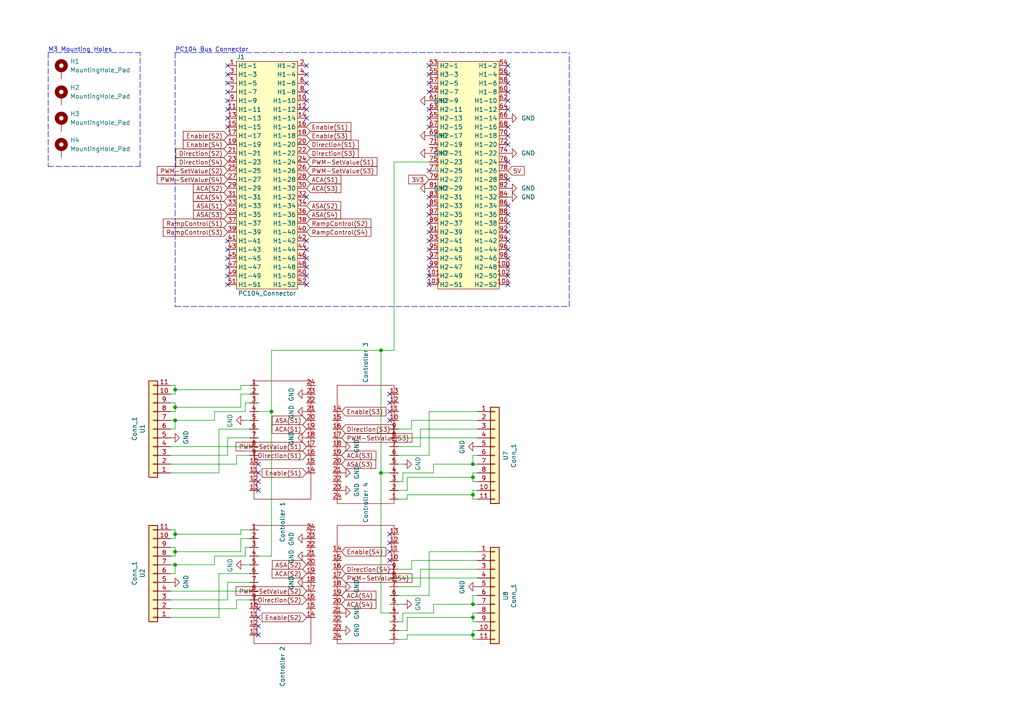
<source format=kicad_sch>
(kicad_sch (version 20211123) (generator eeschema)

  (uuid d9da0909-bade-477f-a1f0-20befdd60217)

  (paper "A4")

  (lib_symbols
    (symbol "Connector_Generic:Conn_01x11" (pin_names (offset 1.016) hide) (in_bom yes) (on_board yes)
      (property "Reference" "J" (id 0) (at 0 15.24 0)
        (effects (font (size 1.27 1.27)))
      )
      (property "Value" "Conn_01x11" (id 1) (at 0 -15.24 0)
        (effects (font (size 1.27 1.27)))
      )
      (property "Footprint" "" (id 2) (at 0 0 0)
        (effects (font (size 1.27 1.27)) hide)
      )
      (property "Datasheet" "~" (id 3) (at 0 0 0)
        (effects (font (size 1.27 1.27)) hide)
      )
      (property "ki_keywords" "connector" (id 4) (at 0 0 0)
        (effects (font (size 1.27 1.27)) hide)
      )
      (property "ki_description" "Generic connector, single row, 01x11, script generated (kicad-library-utils/schlib/autogen/connector/)" (id 5) (at 0 0 0)
        (effects (font (size 1.27 1.27)) hide)
      )
      (property "ki_fp_filters" "Connector*:*_1x??_*" (id 6) (at 0 0 0)
        (effects (font (size 1.27 1.27)) hide)
      )
      (symbol "Conn_01x11_1_1"
        (rectangle (start -1.27 -12.573) (end 0 -12.827)
          (stroke (width 0.1524) (type default) (color 0 0 0 0))
          (fill (type none))
        )
        (rectangle (start -1.27 -10.033) (end 0 -10.287)
          (stroke (width 0.1524) (type default) (color 0 0 0 0))
          (fill (type none))
        )
        (rectangle (start -1.27 -7.493) (end 0 -7.747)
          (stroke (width 0.1524) (type default) (color 0 0 0 0))
          (fill (type none))
        )
        (rectangle (start -1.27 -4.953) (end 0 -5.207)
          (stroke (width 0.1524) (type default) (color 0 0 0 0))
          (fill (type none))
        )
        (rectangle (start -1.27 -2.413) (end 0 -2.667)
          (stroke (width 0.1524) (type default) (color 0 0 0 0))
          (fill (type none))
        )
        (rectangle (start -1.27 0.127) (end 0 -0.127)
          (stroke (width 0.1524) (type default) (color 0 0 0 0))
          (fill (type none))
        )
        (rectangle (start -1.27 2.667) (end 0 2.413)
          (stroke (width 0.1524) (type default) (color 0 0 0 0))
          (fill (type none))
        )
        (rectangle (start -1.27 5.207) (end 0 4.953)
          (stroke (width 0.1524) (type default) (color 0 0 0 0))
          (fill (type none))
        )
        (rectangle (start -1.27 7.747) (end 0 7.493)
          (stroke (width 0.1524) (type default) (color 0 0 0 0))
          (fill (type none))
        )
        (rectangle (start -1.27 10.287) (end 0 10.033)
          (stroke (width 0.1524) (type default) (color 0 0 0 0))
          (fill (type none))
        )
        (rectangle (start -1.27 12.827) (end 0 12.573)
          (stroke (width 0.1524) (type default) (color 0 0 0 0))
          (fill (type none))
        )
        (rectangle (start -1.27 13.97) (end 1.27 -13.97)
          (stroke (width 0.254) (type default) (color 0 0 0 0))
          (fill (type background))
        )
        (pin passive line (at -5.08 12.7 0) (length 3.81)
          (name "Pin_1" (effects (font (size 1.27 1.27))))
          (number "1" (effects (font (size 1.27 1.27))))
        )
        (pin passive line (at -5.08 -10.16 0) (length 3.81)
          (name "Pin_10" (effects (font (size 1.27 1.27))))
          (number "10" (effects (font (size 1.27 1.27))))
        )
        (pin passive line (at -5.08 -12.7 0) (length 3.81)
          (name "Pin_11" (effects (font (size 1.27 1.27))))
          (number "11" (effects (font (size 1.27 1.27))))
        )
        (pin passive line (at -5.08 10.16 0) (length 3.81)
          (name "Pin_2" (effects (font (size 1.27 1.27))))
          (number "2" (effects (font (size 1.27 1.27))))
        )
        (pin passive line (at -5.08 7.62 0) (length 3.81)
          (name "Pin_3" (effects (font (size 1.27 1.27))))
          (number "3" (effects (font (size 1.27 1.27))))
        )
        (pin passive line (at -5.08 5.08 0) (length 3.81)
          (name "Pin_4" (effects (font (size 1.27 1.27))))
          (number "4" (effects (font (size 1.27 1.27))))
        )
        (pin passive line (at -5.08 2.54 0) (length 3.81)
          (name "Pin_5" (effects (font (size 1.27 1.27))))
          (number "5" (effects (font (size 1.27 1.27))))
        )
        (pin passive line (at -5.08 0 0) (length 3.81)
          (name "Pin_6" (effects (font (size 1.27 1.27))))
          (number "6" (effects (font (size 1.27 1.27))))
        )
        (pin passive line (at -5.08 -2.54 0) (length 3.81)
          (name "Pin_7" (effects (font (size 1.27 1.27))))
          (number "7" (effects (font (size 1.27 1.27))))
        )
        (pin passive line (at -5.08 -5.08 0) (length 3.81)
          (name "Pin_8" (effects (font (size 1.27 1.27))))
          (number "8" (effects (font (size 1.27 1.27))))
        )
        (pin passive line (at -5.08 -7.62 0) (length 3.81)
          (name "Pin_9" (effects (font (size 1.27 1.27))))
          (number "9" (effects (font (size 1.27 1.27))))
        )
      )
    )
    (symbol "Mechanical:MountingHole_Pad" (pin_numbers hide) (pin_names (offset 1.016) hide) (in_bom yes) (on_board yes)
      (property "Reference" "H" (id 0) (at 0 6.35 0)
        (effects (font (size 1.27 1.27)))
      )
      (property "Value" "MountingHole_Pad" (id 1) (at 0 4.445 0)
        (effects (font (size 1.27 1.27)))
      )
      (property "Footprint" "" (id 2) (at 0 0 0)
        (effects (font (size 1.27 1.27)) hide)
      )
      (property "Datasheet" "~" (id 3) (at 0 0 0)
        (effects (font (size 1.27 1.27)) hide)
      )
      (property "ki_keywords" "mounting hole" (id 4) (at 0 0 0)
        (effects (font (size 1.27 1.27)) hide)
      )
      (property "ki_description" "Mounting Hole with connection" (id 5) (at 0 0 0)
        (effects (font (size 1.27 1.27)) hide)
      )
      (property "ki_fp_filters" "MountingHole*Pad*" (id 6) (at 0 0 0)
        (effects (font (size 1.27 1.27)) hide)
      )
      (symbol "MountingHole_Pad_0_1"
        (circle (center 0 1.27) (radius 1.27)
          (stroke (width 1.27) (type default) (color 0 0 0 0))
          (fill (type none))
        )
      )
      (symbol "MountingHole_Pad_1_1"
        (pin input line (at 0 -2.54 90) (length 2.54)
          (name "1" (effects (font (size 1.27 1.27))))
          (number "1" (effects (font (size 1.27 1.27))))
        )
      )
    )
    (symbol "UpdatedControllerBoardSchematic-rescue:Escon24.2-symbols-Controller_Board-rescue-UpdatedController-rescue" (pin_names (offset 1.016)) (in_bom yes) (on_board yes)
      (property "Reference" "u" (id 0) (at -3.81 -8.89 0)
        (effects (font (size 1.27 1.27)) hide)
      )
      (property "Value" "Escon24.2-symbols-Controller_Board-rescue-UpdatedController-rescue" (id 1) (at -3.81 -8.89 0)
        (effects (font (size 1.27 1.27)))
      )
      (property "Footprint" "" (id 2) (at -3.81 -8.89 0)
        (effects (font (size 1.27 1.27)) hide)
      )
      (property "Datasheet" "" (id 3) (at -3.81 -8.89 0)
        (effects (font (size 1.27 1.27)) hide)
      )
      (symbol "Escon24.2-symbols-Controller_Board-rescue-UpdatedController-rescue_0_1"
        (rectangle (start 12.7 -1.27) (end -21.59 -17.78)
          (stroke (width 0) (type default) (color 0 0 0 0))
          (fill (type none))
        )
      )
      (symbol "Escon24.2-symbols-Controller_Board-rescue-UpdatedController-rescue_1_1"
        (pin input line (at 11.43 -2.54 90) (length 2.54)
          (name "~" (effects (font (size 1.27 1.27))))
          (number "1" (effects (font (size 1.27 1.27))))
        )
        (pin input line (at -11.43 -2.54 90) (length 2.54)
          (name "~" (effects (font (size 1.27 1.27))))
          (number "10" (effects (font (size 1.27 1.27))))
        )
        (pin input line (at -13.97 -2.54 90) (length 2.54)
          (name "~" (effects (font (size 1.27 1.27))))
          (number "11" (effects (font (size 1.27 1.27))))
        )
        (pin input line (at -16.51 -2.54 90) (length 2.54)
          (name "~" (effects (font (size 1.27 1.27))))
          (number "12" (effects (font (size 1.27 1.27))))
        )
        (pin input line (at -19.05 -2.54 90) (length 2.54)
          (name "~" (effects (font (size 1.27 1.27))))
          (number "13" (effects (font (size 1.27 1.27))))
        )
        (pin input line (at -13.97 -16.51 270) (length 2.54)
          (name "~" (effects (font (size 1.27 1.27))))
          (number "14" (effects (font (size 1.27 1.27))))
        )
        (pin input line (at -11.43 -16.51 270) (length 2.54)
          (name "~" (effects (font (size 1.27 1.27))))
          (number "15" (effects (font (size 1.27 1.27))))
        )
        (pin input line (at -8.89 -16.51 270) (length 2.54)
          (name "~" (effects (font (size 1.27 1.27))))
          (number "16" (effects (font (size 1.27 1.27))))
        )
        (pin input line (at -6.35 -16.51 270) (length 2.54)
          (name "~" (effects (font (size 1.27 1.27))))
          (number "17" (effects (font (size 1.27 1.27))))
        )
        (pin input line (at -3.81 -16.51 270) (length 2.54)
          (name "~" (effects (font (size 1.27 1.27))))
          (number "18" (effects (font (size 1.27 1.27))))
        )
        (pin input line (at -1.27 -16.51 270) (length 2.54)
          (name "~" (effects (font (size 1.27 1.27))))
          (number "19" (effects (font (size 1.27 1.27))))
        )
        (pin input line (at 8.89 -2.54 90) (length 2.54)
          (name "~" (effects (font (size 1.27 1.27))))
          (number "2" (effects (font (size 1.27 1.27))))
        )
        (pin input line (at 1.27 -16.51 270) (length 2.54)
          (name "~" (effects (font (size 1.27 1.27))))
          (number "20" (effects (font (size 1.27 1.27))))
        )
        (pin input line (at 3.81 -16.51 270) (length 2.54)
          (name "~" (effects (font (size 1.27 1.27))))
          (number "21" (effects (font (size 1.27 1.27))))
        )
        (pin input line (at 6.35 -16.51 270) (length 2.54)
          (name "~" (effects (font (size 1.27 1.27))))
          (number "22" (effects (font (size 1.27 1.27))))
        )
        (pin input line (at 8.89 -16.51 270) (length 2.54)
          (name "~" (effects (font (size 1.27 1.27))))
          (number "23" (effects (font (size 1.27 1.27))))
        )
        (pin input line (at 11.43 -16.51 270) (length 2.54)
          (name "~" (effects (font (size 1.27 1.27))))
          (number "24" (effects (font (size 1.27 1.27))))
        )
        (pin input line (at 6.35 -2.54 90) (length 2.54)
          (name "~" (effects (font (size 1.27 1.27))))
          (number "3" (effects (font (size 1.27 1.27))))
        )
        (pin input line (at 3.81 -2.54 90) (length 2.54)
          (name "~" (effects (font (size 1.27 1.27))))
          (number "4" (effects (font (size 1.27 1.27))))
        )
        (pin input line (at 1.27 -2.54 90) (length 2.54)
          (name "~" (effects (font (size 1.27 1.27))))
          (number "5" (effects (font (size 1.27 1.27))))
        )
        (pin input line (at -1.27 -2.54 90) (length 2.54)
          (name "~" (effects (font (size 1.27 1.27))))
          (number "6" (effects (font (size 1.27 1.27))))
        )
        (pin input line (at -3.81 -2.54 90) (length 2.54)
          (name "~" (effects (font (size 1.27 1.27))))
          (number "7" (effects (font (size 1.27 1.27))))
        )
        (pin input line (at -6.35 -2.54 90) (length 2.54)
          (name "~" (effects (font (size 1.27 1.27))))
          (number "8" (effects (font (size 1.27 1.27))))
        )
        (pin input line (at -8.89 -2.54 90) (length 2.54)
          (name "~" (effects (font (size 1.27 1.27))))
          (number "9" (effects (font (size 1.27 1.27))))
        )
      )
    )
    (symbol "power:GND" (power) (pin_names (offset 0)) (in_bom yes) (on_board yes)
      (property "Reference" "#PWR" (id 0) (at 0 -6.35 0)
        (effects (font (size 1.27 1.27)) hide)
      )
      (property "Value" "GND" (id 1) (at 0 -3.81 0)
        (effects (font (size 1.27 1.27)))
      )
      (property "Footprint" "" (id 2) (at 0 0 0)
        (effects (font (size 1.27 1.27)) hide)
      )
      (property "Datasheet" "" (id 3) (at 0 0 0)
        (effects (font (size 1.27 1.27)) hide)
      )
      (property "ki_keywords" "power-flag" (id 4) (at 0 0 0)
        (effects (font (size 1.27 1.27)) hide)
      )
      (property "ki_description" "Power symbol creates a global label with name \"GND\" , ground" (id 5) (at 0 0 0)
        (effects (font (size 1.27 1.27)) hide)
      )
      (symbol "GND_0_1"
        (polyline
          (pts
            (xy 0 0)
            (xy 0 -1.27)
            (xy 1.27 -1.27)
            (xy 0 -2.54)
            (xy -1.27 -1.27)
            (xy 0 -1.27)
          )
          (stroke (width 0) (type default) (color 0 0 0 0))
          (fill (type none))
        )
      )
      (symbol "GND_1_1"
        (pin power_in line (at 0 0 270) (length 0) hide
          (name "GND" (effects (font (size 1.27 1.27))))
          (number "1" (effects (font (size 1.27 1.27))))
        )
      )
    )
    (symbol "qset-connector-library:PC104_Connector" (in_bom yes) (on_board yes)
      (property "Reference" "J" (id 0) (at -36.83 -71.12 0)
        (effects (font (size 1.27 1.27)))
      )
      (property "Value" "PC104_Connector" (id 1) (at -26.67 -71.12 0)
        (effects (font (size 1.27 1.27)))
      )
      (property "Footprint" "" (id 2) (at -27.94 1.27 0)
        (effects (font (size 1.27 1.27)) hide)
      )
      (property "Datasheet" "" (id 3) (at -27.94 1.27 0)
        (effects (font (size 1.27 1.27)) hide)
      )
      (symbol "PC104_Connector_0_1"
        (rectangle (start -38.1 -2.54) (end -20.32 -68.58)
          (stroke (width 0) (type default) (color 0 0 0 0))
          (fill (type background))
        )
        (rectangle (start 20.32 -2.54) (end 38.1 -68.58)
          (stroke (width 0) (type default) (color 0 0 0 0))
          (fill (type background))
        )
      )
      (symbol "PC104_Connector_1_1"
        (pin bidirectional line (at -40.64 -3.81 0) (length 2.54)
          (name "H1-1" (effects (font (size 1.27 1.27))))
          (number "1" (effects (font (size 1.27 1.27))))
        )
        (pin bidirectional line (at -17.78 -13.97 180) (length 2.54)
          (name "H1-10" (effects (font (size 1.27 1.27))))
          (number "10" (effects (font (size 1.27 1.27))))
        )
        (pin bidirectional line (at 40.64 -62.23 180) (length 2.54)
          (name "H2-48" (effects (font (size 1.27 1.27))))
          (number "100" (effects (font (size 1.27 1.27))))
        )
        (pin bidirectional line (at 17.78 -64.77 0) (length 2.54)
          (name "H2-49" (effects (font (size 1.27 1.27))))
          (number "101" (effects (font (size 1.27 1.27))))
        )
        (pin bidirectional line (at 40.64 -64.77 180) (length 2.54)
          (name "H2-50" (effects (font (size 1.27 1.27))))
          (number "102" (effects (font (size 1.27 1.27))))
        )
        (pin bidirectional line (at 17.78 -67.31 0) (length 2.54)
          (name "H2-51" (effects (font (size 1.27 1.27))))
          (number "103" (effects (font (size 1.27 1.27))))
        )
        (pin bidirectional line (at 40.64 -67.31 180) (length 2.54)
          (name "H2-52" (effects (font (size 1.27 1.27))))
          (number "104" (effects (font (size 1.27 1.27))))
        )
        (pin bidirectional line (at -40.64 -16.51 0) (length 2.54)
          (name "H1-11" (effects (font (size 1.27 1.27))))
          (number "11" (effects (font (size 1.27 1.27))))
        )
        (pin bidirectional line (at -17.78 -16.51 180) (length 2.54)
          (name "H1-12" (effects (font (size 1.27 1.27))))
          (number "12" (effects (font (size 1.27 1.27))))
        )
        (pin bidirectional line (at -40.64 -19.05 0) (length 2.54)
          (name "H1-13" (effects (font (size 1.27 1.27))))
          (number "13" (effects (font (size 1.27 1.27))))
        )
        (pin bidirectional line (at -17.78 -19.05 180) (length 2.54)
          (name "H1-14" (effects (font (size 1.27 1.27))))
          (number "14" (effects (font (size 1.27 1.27))))
        )
        (pin bidirectional line (at -40.64 -21.59 0) (length 2.54)
          (name "H1-15" (effects (font (size 1.27 1.27))))
          (number "15" (effects (font (size 1.27 1.27))))
        )
        (pin bidirectional line (at -17.78 -21.59 180) (length 2.54)
          (name "H1-16" (effects (font (size 1.27 1.27))))
          (number "16" (effects (font (size 1.27 1.27))))
        )
        (pin bidirectional line (at -40.64 -24.13 0) (length 2.54)
          (name "H1-17" (effects (font (size 1.27 1.27))))
          (number "17" (effects (font (size 1.27 1.27))))
        )
        (pin bidirectional line (at -17.78 -24.13 180) (length 2.54)
          (name "H1-18" (effects (font (size 1.27 1.27))))
          (number "18" (effects (font (size 1.27 1.27))))
        )
        (pin bidirectional line (at -40.64 -26.67 0) (length 2.54)
          (name "H1-19" (effects (font (size 1.27 1.27))))
          (number "19" (effects (font (size 1.27 1.27))))
        )
        (pin bidirectional line (at -17.78 -3.81 180) (length 2.54)
          (name "H1-2" (effects (font (size 1.27 1.27))))
          (number "2" (effects (font (size 1.27 1.27))))
        )
        (pin bidirectional line (at -17.78 -26.67 180) (length 2.54)
          (name "H1-20" (effects (font (size 1.27 1.27))))
          (number "20" (effects (font (size 1.27 1.27))))
        )
        (pin bidirectional line (at -40.64 -29.21 0) (length 2.54)
          (name "H1-21" (effects (font (size 1.27 1.27))))
          (number "21" (effects (font (size 1.27 1.27))))
        )
        (pin bidirectional line (at -17.78 -29.21 180) (length 2.54)
          (name "H1-22" (effects (font (size 1.27 1.27))))
          (number "22" (effects (font (size 1.27 1.27))))
        )
        (pin bidirectional line (at -40.64 -31.75 0) (length 2.54)
          (name "H1-23" (effects (font (size 1.27 1.27))))
          (number "23" (effects (font (size 1.27 1.27))))
        )
        (pin bidirectional line (at -17.78 -31.75 180) (length 2.54)
          (name "H1-24" (effects (font (size 1.27 1.27))))
          (number "24" (effects (font (size 1.27 1.27))))
        )
        (pin bidirectional line (at -40.64 -34.29 0) (length 2.54)
          (name "H1-25" (effects (font (size 1.27 1.27))))
          (number "25" (effects (font (size 1.27 1.27))))
        )
        (pin bidirectional line (at -17.78 -34.29 180) (length 2.54)
          (name "H1-26" (effects (font (size 1.27 1.27))))
          (number "26" (effects (font (size 1.27 1.27))))
        )
        (pin bidirectional line (at -40.64 -36.83 0) (length 2.54)
          (name "H1-27" (effects (font (size 1.27 1.27))))
          (number "27" (effects (font (size 1.27 1.27))))
        )
        (pin bidirectional line (at -17.78 -36.83 180) (length 2.54)
          (name "H1-28" (effects (font (size 1.27 1.27))))
          (number "28" (effects (font (size 1.27 1.27))))
        )
        (pin bidirectional line (at -40.64 -39.37 0) (length 2.54)
          (name "H1-29" (effects (font (size 1.27 1.27))))
          (number "29" (effects (font (size 1.27 1.27))))
        )
        (pin bidirectional line (at -40.64 -6.35 0) (length 2.54)
          (name "H1-3" (effects (font (size 1.27 1.27))))
          (number "3" (effects (font (size 1.27 1.27))))
        )
        (pin bidirectional line (at -17.78 -39.37 180) (length 2.54)
          (name "H1-30" (effects (font (size 1.27 1.27))))
          (number "30" (effects (font (size 1.27 1.27))))
        )
        (pin bidirectional line (at -40.64 -41.91 0) (length 2.54)
          (name "H1-31" (effects (font (size 1.27 1.27))))
          (number "31" (effects (font (size 1.27 1.27))))
        )
        (pin bidirectional line (at -17.78 -41.91 180) (length 2.54)
          (name "H1-32" (effects (font (size 1.27 1.27))))
          (number "32" (effects (font (size 1.27 1.27))))
        )
        (pin bidirectional line (at -40.64 -44.45 0) (length 2.54)
          (name "H1-33" (effects (font (size 1.27 1.27))))
          (number "33" (effects (font (size 1.27 1.27))))
        )
        (pin bidirectional line (at -17.78 -44.45 180) (length 2.54)
          (name "H1-34" (effects (font (size 1.27 1.27))))
          (number "34" (effects (font (size 1.27 1.27))))
        )
        (pin bidirectional line (at -40.64 -46.99 0) (length 2.54)
          (name "H1-35" (effects (font (size 1.27 1.27))))
          (number "35" (effects (font (size 1.27 1.27))))
        )
        (pin bidirectional line (at -17.78 -46.99 180) (length 2.54)
          (name "H1-36" (effects (font (size 1.27 1.27))))
          (number "36" (effects (font (size 1.27 1.27))))
        )
        (pin bidirectional line (at -40.64 -49.53 0) (length 2.54)
          (name "H1-37" (effects (font (size 1.27 1.27))))
          (number "37" (effects (font (size 1.27 1.27))))
        )
        (pin bidirectional line (at -17.78 -49.53 180) (length 2.54)
          (name "H1-38" (effects (font (size 1.27 1.27))))
          (number "38" (effects (font (size 1.27 1.27))))
        )
        (pin bidirectional line (at -40.64 -52.07 0) (length 2.54)
          (name "H1-39" (effects (font (size 1.27 1.27))))
          (number "39" (effects (font (size 1.27 1.27))))
        )
        (pin bidirectional line (at -17.78 -6.35 180) (length 2.54)
          (name "H1-4" (effects (font (size 1.27 1.27))))
          (number "4" (effects (font (size 1.27 1.27))))
        )
        (pin bidirectional line (at -17.78 -52.07 180) (length 2.54)
          (name "H1-40" (effects (font (size 1.27 1.27))))
          (number "40" (effects (font (size 1.27 1.27))))
        )
        (pin bidirectional line (at -40.64 -54.61 0) (length 2.54)
          (name "H1-41" (effects (font (size 1.27 1.27))))
          (number "41" (effects (font (size 1.27 1.27))))
        )
        (pin bidirectional line (at -17.78 -54.61 180) (length 2.54)
          (name "H1-42" (effects (font (size 1.27 1.27))))
          (number "42" (effects (font (size 1.27 1.27))))
        )
        (pin bidirectional line (at -40.64 -57.15 0) (length 2.54)
          (name "H1-43" (effects (font (size 1.27 1.27))))
          (number "43" (effects (font (size 1.27 1.27))))
        )
        (pin bidirectional line (at -17.78 -57.15 180) (length 2.54)
          (name "H1-44" (effects (font (size 1.27 1.27))))
          (number "44" (effects (font (size 1.27 1.27))))
        )
        (pin bidirectional line (at -40.64 -59.69 0) (length 2.54)
          (name "H1-45" (effects (font (size 1.27 1.27))))
          (number "45" (effects (font (size 1.27 1.27))))
        )
        (pin bidirectional line (at -17.78 -59.69 180) (length 2.54)
          (name "H1-46" (effects (font (size 1.27 1.27))))
          (number "46" (effects (font (size 1.27 1.27))))
        )
        (pin bidirectional line (at -40.64 -62.23 0) (length 2.54)
          (name "H1-47" (effects (font (size 1.27 1.27))))
          (number "47" (effects (font (size 1.27 1.27))))
        )
        (pin bidirectional line (at -17.78 -62.23 180) (length 2.54)
          (name "H1-48" (effects (font (size 1.27 1.27))))
          (number "48" (effects (font (size 1.27 1.27))))
        )
        (pin bidirectional line (at -40.64 -64.77 0) (length 2.54)
          (name "H1-49" (effects (font (size 1.27 1.27))))
          (number "49" (effects (font (size 1.27 1.27))))
        )
        (pin bidirectional line (at -40.64 -8.89 0) (length 2.54)
          (name "H1-5" (effects (font (size 1.27 1.27))))
          (number "5" (effects (font (size 1.27 1.27))))
        )
        (pin bidirectional line (at -17.78 -64.77 180) (length 2.54)
          (name "H1-50" (effects (font (size 1.27 1.27))))
          (number "50" (effects (font (size 1.27 1.27))))
        )
        (pin bidirectional line (at -40.64 -67.31 0) (length 2.54)
          (name "H1-51" (effects (font (size 1.27 1.27))))
          (number "51" (effects (font (size 1.27 1.27))))
        )
        (pin bidirectional line (at -17.78 -67.31 180) (length 2.54)
          (name "H1-52" (effects (font (size 1.27 1.27))))
          (number "52" (effects (font (size 1.27 1.27))))
        )
        (pin bidirectional line (at 17.78 -3.81 0) (length 2.54)
          (name "H2-1" (effects (font (size 1.27 1.27))))
          (number "53" (effects (font (size 1.27 1.27))))
        )
        (pin bidirectional line (at 40.64 -3.81 180) (length 2.54)
          (name "H1-2" (effects (font (size 1.27 1.27))))
          (number "54" (effects (font (size 1.27 1.27))))
        )
        (pin bidirectional line (at 17.78 -6.35 0) (length 2.54)
          (name "H3-3" (effects (font (size 1.27 1.27))))
          (number "55" (effects (font (size 1.27 1.27))))
        )
        (pin bidirectional line (at 40.64 -6.35 180) (length 2.54)
          (name "H1-4" (effects (font (size 1.27 1.27))))
          (number "56" (effects (font (size 1.27 1.27))))
        )
        (pin bidirectional line (at 17.78 -8.89 0) (length 2.54)
          (name "H2-5" (effects (font (size 1.27 1.27))))
          (number "57" (effects (font (size 1.27 1.27))))
        )
        (pin bidirectional line (at 40.64 -8.89 180) (length 2.54)
          (name "H1-6" (effects (font (size 1.27 1.27))))
          (number "58" (effects (font (size 1.27 1.27))))
        )
        (pin bidirectional line (at 17.78 -11.43 0) (length 2.54)
          (name "H2-7" (effects (font (size 1.27 1.27))))
          (number "59" (effects (font (size 1.27 1.27))))
        )
        (pin bidirectional line (at -17.78 -8.89 180) (length 2.54)
          (name "H1-6" (effects (font (size 1.27 1.27))))
          (number "6" (effects (font (size 1.27 1.27))))
        )
        (pin bidirectional line (at 40.64 -11.43 180) (length 2.54)
          (name "H1-8" (effects (font (size 1.27 1.27))))
          (number "60" (effects (font (size 1.27 1.27))))
        )
        (pin bidirectional line (at 17.78 -13.97 0) (length 2.54)
          (name "H2-9" (effects (font (size 1.27 1.27))))
          (number "61" (effects (font (size 1.27 1.27))))
        )
        (pin bidirectional line (at 40.64 -13.97 180) (length 2.54)
          (name "H1-10" (effects (font (size 1.27 1.27))))
          (number "62" (effects (font (size 1.27 1.27))))
        )
        (pin bidirectional line (at 17.78 -16.51 0) (length 2.54)
          (name "H2-11" (effects (font (size 1.27 1.27))))
          (number "63" (effects (font (size 1.27 1.27))))
        )
        (pin bidirectional line (at 40.64 -16.51 180) (length 2.54)
          (name "H1-12" (effects (font (size 1.27 1.27))))
          (number "64" (effects (font (size 1.27 1.27))))
        )
        (pin bidirectional line (at 17.78 -19.05 0) (length 2.54)
          (name "H2-13" (effects (font (size 1.27 1.27))))
          (number "65" (effects (font (size 1.27 1.27))))
        )
        (pin bidirectional line (at 40.64 -19.05 180) (length 2.54)
          (name "H1-14" (effects (font (size 1.27 1.27))))
          (number "66" (effects (font (size 1.27 1.27))))
        )
        (pin bidirectional line (at 17.78 -21.59 0) (length 2.54)
          (name "H2-15" (effects (font (size 1.27 1.27))))
          (number "67" (effects (font (size 1.27 1.27))))
        )
        (pin bidirectional line (at 40.64 -21.59 180) (length 2.54)
          (name "H1-16" (effects (font (size 1.27 1.27))))
          (number "68" (effects (font (size 1.27 1.27))))
        )
        (pin bidirectional line (at 17.78 -24.13 0) (length 2.54)
          (name "H2-17" (effects (font (size 1.27 1.27))))
          (number "69" (effects (font (size 1.27 1.27))))
        )
        (pin bidirectional line (at -40.64 -11.43 0) (length 2.54)
          (name "H1-7" (effects (font (size 1.27 1.27))))
          (number "7" (effects (font (size 1.27 1.27))))
        )
        (pin bidirectional line (at 40.64 -24.13 180) (length 2.54)
          (name "H1-18" (effects (font (size 1.27 1.27))))
          (number "70" (effects (font (size 1.27 1.27))))
        )
        (pin bidirectional line (at 17.78 -26.67 0) (length 2.54)
          (name "H2-19" (effects (font (size 1.27 1.27))))
          (number "71" (effects (font (size 1.27 1.27))))
        )
        (pin bidirectional line (at 40.64 -26.67 180) (length 2.54)
          (name "H1-20" (effects (font (size 1.27 1.27))))
          (number "72" (effects (font (size 1.27 1.27))))
        )
        (pin bidirectional line (at 17.78 -29.21 0) (length 2.54)
          (name "H2-21" (effects (font (size 1.27 1.27))))
          (number "73" (effects (font (size 1.27 1.27))))
        )
        (pin bidirectional line (at 40.64 -29.21 180) (length 2.54)
          (name "H1-22" (effects (font (size 1.27 1.27))))
          (number "74" (effects (font (size 1.27 1.27))))
        )
        (pin bidirectional line (at 17.78 -31.75 0) (length 2.54)
          (name "H2-23" (effects (font (size 1.27 1.27))))
          (number "75" (effects (font (size 1.27 1.27))))
        )
        (pin bidirectional line (at 40.64 -31.75 180) (length 2.54)
          (name "H1-24" (effects (font (size 1.27 1.27))))
          (number "76" (effects (font (size 1.27 1.27))))
        )
        (pin bidirectional line (at 17.78 -34.29 0) (length 2.54)
          (name "H2-25" (effects (font (size 1.27 1.27))))
          (number "77" (effects (font (size 1.27 1.27))))
        )
        (pin bidirectional line (at 40.64 -34.29 180) (length 2.54)
          (name "H1-26" (effects (font (size 1.27 1.27))))
          (number "78" (effects (font (size 1.27 1.27))))
        )
        (pin bidirectional line (at 17.78 -36.83 0) (length 2.54)
          (name "H2-27" (effects (font (size 1.27 1.27))))
          (number "79" (effects (font (size 1.27 1.27))))
        )
        (pin bidirectional line (at -17.78 -11.43 180) (length 2.54)
          (name "H1-8" (effects (font (size 1.27 1.27))))
          (number "8" (effects (font (size 1.27 1.27))))
        )
        (pin bidirectional line (at 40.64 -36.83 180) (length 2.54)
          (name "H1-28" (effects (font (size 1.27 1.27))))
          (number "80" (effects (font (size 1.27 1.27))))
        )
        (pin bidirectional line (at 17.78 -39.37 0) (length 2.54)
          (name "H2-29" (effects (font (size 1.27 1.27))))
          (number "81" (effects (font (size 1.27 1.27))))
        )
        (pin bidirectional line (at 40.64 -39.37 180) (length 2.54)
          (name "H1-30" (effects (font (size 1.27 1.27))))
          (number "82" (effects (font (size 1.27 1.27))))
        )
        (pin bidirectional line (at 17.78 -41.91 0) (length 2.54)
          (name "H2-31" (effects (font (size 1.27 1.27))))
          (number "83" (effects (font (size 1.27 1.27))))
        )
        (pin bidirectional line (at 40.64 -41.91 180) (length 2.54)
          (name "H1-32" (effects (font (size 1.27 1.27))))
          (number "84" (effects (font (size 1.27 1.27))))
        )
        (pin bidirectional line (at 17.78 -44.45 0) (length 2.54)
          (name "H2-33" (effects (font (size 1.27 1.27))))
          (number "85" (effects (font (size 1.27 1.27))))
        )
        (pin bidirectional line (at 40.64 -44.45 180) (length 2.54)
          (name "H1-34" (effects (font (size 1.27 1.27))))
          (number "86" (effects (font (size 1.27 1.27))))
        )
        (pin bidirectional line (at 17.78 -46.99 0) (length 2.54)
          (name "H2-35" (effects (font (size 1.27 1.27))))
          (number "87" (effects (font (size 1.27 1.27))))
        )
        (pin bidirectional line (at 40.64 -46.99 180) (length 2.54)
          (name "H1-36" (effects (font (size 1.27 1.27))))
          (number "88" (effects (font (size 1.27 1.27))))
        )
        (pin bidirectional line (at 17.78 -49.53 0) (length 2.54)
          (name "H2-37" (effects (font (size 1.27 1.27))))
          (number "89" (effects (font (size 1.27 1.27))))
        )
        (pin bidirectional line (at -40.64 -13.97 0) (length 2.54)
          (name "H1-9" (effects (font (size 1.27 1.27))))
          (number "9" (effects (font (size 1.27 1.27))))
        )
        (pin bidirectional line (at 40.64 -49.53 180) (length 2.54)
          (name "H1-38" (effects (font (size 1.27 1.27))))
          (number "90" (effects (font (size 1.27 1.27))))
        )
        (pin bidirectional line (at 17.78 -52.07 0) (length 2.54)
          (name "H2-39" (effects (font (size 1.27 1.27))))
          (number "91" (effects (font (size 1.27 1.27))))
        )
        (pin bidirectional line (at 40.64 -52.07 180) (length 2.54)
          (name "H1-40" (effects (font (size 1.27 1.27))))
          (number "92" (effects (font (size 1.27 1.27))))
        )
        (pin bidirectional line (at 17.78 -54.61 0) (length 2.54)
          (name "H2-41" (effects (font (size 1.27 1.27))))
          (number "93" (effects (font (size 1.27 1.27))))
        )
        (pin bidirectional line (at 40.64 -54.61 180) (length 2.54)
          (name "H1-42" (effects (font (size 1.27 1.27))))
          (number "94" (effects (font (size 1.27 1.27))))
        )
        (pin bidirectional line (at 17.78 -57.15 0) (length 2.54)
          (name "H2-43" (effects (font (size 1.27 1.27))))
          (number "95" (effects (font (size 1.27 1.27))))
        )
        (pin bidirectional line (at 40.64 -57.15 180) (length 2.54)
          (name "H1-44" (effects (font (size 1.27 1.27))))
          (number "96" (effects (font (size 1.27 1.27))))
        )
        (pin bidirectional line (at 17.78 -59.69 0) (length 2.54)
          (name "H2-45" (effects (font (size 1.27 1.27))))
          (number "97" (effects (font (size 1.27 1.27))))
        )
        (pin bidirectional line (at 40.64 -59.69 180) (length 2.54)
          (name "H2-46" (effects (font (size 1.27 1.27))))
          (number "98" (effects (font (size 1.27 1.27))))
        )
        (pin bidirectional line (at 17.78 -62.23 0) (length 2.54)
          (name "H2-47" (effects (font (size 1.27 1.27))))
          (number "99" (effects (font (size 1.27 1.27))))
        )
      )
    )
  )

  (junction (at 110.49 137.16) (diameter 0) (color 0 0 0 0)
    (uuid 00fc241d-dee1-4333-b195-f2ebd7439b2f)
  )
  (junction (at 110.49 101.6) (diameter 0) (color 0 0 0 0)
    (uuid 109fdad4-6714-45be-a034-a25c3299fb0b)
  )
  (junction (at 137.16 184.15) (diameter 0) (color 0 0 0 0)
    (uuid 170f5220-2ff9-43f0-88c5-f054d6110e90)
  )
  (junction (at 137.16 138.43) (diameter 0) (color 0 0 0 0)
    (uuid 21aff736-9b80-4ec6-81a9-94f3e2773b9b)
  )
  (junction (at 137.16 134.62) (diameter 0) (color 0 0 0 0)
    (uuid 511c97a2-fa71-4f15-9b7a-3d68e4c55479)
  )
  (junction (at 50.8 163.83) (diameter 0) (color 0 0 0 0)
    (uuid 5d3b90bf-5db3-49a3-8360-07f1507e3a47)
  )
  (junction (at 50.8 118.11) (diameter 0) (color 0 0 0 0)
    (uuid 64da0527-12ff-4bcb-a8a6-f5a9917c47e5)
  )
  (junction (at 50.8 154.94) (diameter 0) (color 0 0 0 0)
    (uuid 67dc4198-cfd7-4a07-9fcc-c83589254431)
  )
  (junction (at 50.8 121.92) (diameter 0) (color 0 0 0 0)
    (uuid 7ca644e0-7724-461b-9f7c-dd5dfa37a29f)
  )
  (junction (at 137.16 143.51) (diameter 0) (color 0 0 0 0)
    (uuid 7df4fa32-1fa1-4e1a-bd80-63570fcec98e)
  )
  (junction (at 78.74 119.38) (diameter 0) (color 0 0 0 0)
    (uuid 86e3c85e-08cd-4d72-aa76-4dc919d8fda7)
  )
  (junction (at 50.8 113.03) (diameter 0) (color 0 0 0 0)
    (uuid b513a61c-495c-4572-aa8b-7cd9e020a6dd)
  )
  (junction (at 50.8 160.02) (diameter 0) (color 0 0 0 0)
    (uuid bce10ea2-bb13-4237-a7c3-74843893ec89)
  )
  (junction (at 137.16 175.26) (diameter 0) (color 0 0 0 0)
    (uuid e1f3b3ff-4d16-47fc-affe-f63e20767184)
  )
  (junction (at 137.16 179.07) (diameter 0) (color 0 0 0 0)
    (uuid f419ef32-f042-4126-b67a-8fd5115e7487)
  )

  (no_connect (at 74.93 134.62) (uuid 16b5c2f0-a045-4b0d-9c59-08eaa47a743c))
  (no_connect (at 66.04 36.83) (uuid 202fe4ea-377e-4560-9579-16b48b6a553f))
  (no_connect (at 88.9 34.29) (uuid 2dc0ae61-83a5-4032-89e6-c84f1fa54984))
  (no_connect (at 66.04 29.21) (uuid 34a41d8f-d93c-4627-a97b-a6529b519c37))
  (no_connect (at 66.04 19.05) (uuid 34a41d8f-d93c-4627-a97b-a6529b519c3a))
  (no_connect (at 66.04 21.59) (uuid 34a41d8f-d93c-4627-a97b-a6529b519c3b))
  (no_connect (at 66.04 24.13) (uuid 34a41d8f-d93c-4627-a97b-a6529b519c3c))
  (no_connect (at 66.04 26.67) (uuid 34a41d8f-d93c-4627-a97b-a6529b519c3d))
  (no_connect (at 66.04 69.85) (uuid 34a41d8f-d93c-4627-a97b-a6529b519c47))
  (no_connect (at 66.04 72.39) (uuid 34a41d8f-d93c-4627-a97b-a6529b519c48))
  (no_connect (at 66.04 74.93) (uuid 34a41d8f-d93c-4627-a97b-a6529b519c49))
  (no_connect (at 66.04 77.47) (uuid 34a41d8f-d93c-4627-a97b-a6529b519c4a))
  (no_connect (at 66.04 80.01) (uuid 34a41d8f-d93c-4627-a97b-a6529b519c4b))
  (no_connect (at 66.04 82.55) (uuid 34a41d8f-d93c-4627-a97b-a6529b519c4c))
  (no_connect (at 88.9 82.55) (uuid 34a41d8f-d93c-4627-a97b-a6529b519c4d))
  (no_connect (at 88.9 80.01) (uuid 34a41d8f-d93c-4627-a97b-a6529b519c4e))
  (no_connect (at 88.9 77.47) (uuid 34a41d8f-d93c-4627-a97b-a6529b519c4f))
  (no_connect (at 88.9 74.93) (uuid 34a41d8f-d93c-4627-a97b-a6529b519c50))
  (no_connect (at 88.9 72.39) (uuid 34a41d8f-d93c-4627-a97b-a6529b519c51))
  (no_connect (at 88.9 69.85) (uuid 34a41d8f-d93c-4627-a97b-a6529b519c52))
  (no_connect (at 88.9 57.15) (uuid 34a41d8f-d93c-4627-a97b-a6529b519c5b))
  (no_connect (at 88.9 19.05) (uuid 34a41d8f-d93c-4627-a97b-a6529b519c64))
  (no_connect (at 88.9 21.59) (uuid 34a41d8f-d93c-4627-a97b-a6529b519c65))
  (no_connect (at 88.9 24.13) (uuid 34a41d8f-d93c-4627-a97b-a6529b519c66))
  (no_connect (at 88.9 26.67) (uuid 34a41d8f-d93c-4627-a97b-a6529b519c67))
  (no_connect (at 124.46 31.75) (uuid 34a41d8f-d93c-4627-a97b-a6529b519c6b))
  (no_connect (at 124.46 19.05) (uuid 34a41d8f-d93c-4627-a97b-a6529b519c6c))
  (no_connect (at 124.46 21.59) (uuid 34a41d8f-d93c-4627-a97b-a6529b519c6d))
  (no_connect (at 124.46 24.13) (uuid 34a41d8f-d93c-4627-a97b-a6529b519c6e))
  (no_connect (at 124.46 26.67) (uuid 34a41d8f-d93c-4627-a97b-a6529b519c6f))
  (no_connect (at 124.46 34.29) (uuid 34a41d8f-d93c-4627-a97b-a6529b519c71))
  (no_connect (at 124.46 36.83) (uuid 34a41d8f-d93c-4627-a97b-a6529b519c72))
  (no_connect (at 124.46 49.53) (uuid 34a41d8f-d93c-4627-a97b-a6529b519c77))
  (no_connect (at 124.46 57.15) (uuid 34a41d8f-d93c-4627-a97b-a6529b519c7a))
  (no_connect (at 124.46 59.69) (uuid 34a41d8f-d93c-4627-a97b-a6529b519c7b))
  (no_connect (at 124.46 62.23) (uuid 34a41d8f-d93c-4627-a97b-a6529b519c7c))
  (no_connect (at 124.46 64.77) (uuid 34a41d8f-d93c-4627-a97b-a6529b519c7d))
  (no_connect (at 124.46 67.31) (uuid 34a41d8f-d93c-4627-a97b-a6529b519c7e))
  (no_connect (at 124.46 69.85) (uuid 34a41d8f-d93c-4627-a97b-a6529b519c7f))
  (no_connect (at 124.46 72.39) (uuid 34a41d8f-d93c-4627-a97b-a6529b519c80))
  (no_connect (at 124.46 74.93) (uuid 34a41d8f-d93c-4627-a97b-a6529b519c81))
  (no_connect (at 124.46 77.47) (uuid 34a41d8f-d93c-4627-a97b-a6529b519c82))
  (no_connect (at 124.46 80.01) (uuid 34a41d8f-d93c-4627-a97b-a6529b519c83))
  (no_connect (at 124.46 82.55) (uuid 34a41d8f-d93c-4627-a97b-a6529b519c84))
  (no_connect (at 147.32 82.55) (uuid 34a41d8f-d93c-4627-a97b-a6529b519c85))
  (no_connect (at 147.32 80.01) (uuid 34a41d8f-d93c-4627-a97b-a6529b519c86))
  (no_connect (at 147.32 77.47) (uuid 34a41d8f-d93c-4627-a97b-a6529b519c87))
  (no_connect (at 147.32 74.93) (uuid 34a41d8f-d93c-4627-a97b-a6529b519c88))
  (no_connect (at 147.32 72.39) (uuid 34a41d8f-d93c-4627-a97b-a6529b519c89))
  (no_connect (at 147.32 69.85) (uuid 34a41d8f-d93c-4627-a97b-a6529b519c8a))
  (no_connect (at 147.32 67.31) (uuid 34a41d8f-d93c-4627-a97b-a6529b519c8b))
  (no_connect (at 147.32 64.77) (uuid 34a41d8f-d93c-4627-a97b-a6529b519c8c))
  (no_connect (at 147.32 62.23) (uuid 34a41d8f-d93c-4627-a97b-a6529b519c8d))
  (no_connect (at 147.32 59.69) (uuid 34a41d8f-d93c-4627-a97b-a6529b519c8e))
  (no_connect (at 147.32 52.07) (uuid 34a41d8f-d93c-4627-a97b-a6529b519c91))
  (no_connect (at 66.04 31.75) (uuid 36793962-abae-4324-82b9-953ef8851912))
  (no_connect (at 113.03 114.3) (uuid 3d71ef76-5e33-4771-ad9a-0aa12891cf7c))
  (no_connect (at 113.03 160.02) (uuid 61f34a31-8ef0-413f-8d17-6ff27b674f31))
  (no_connect (at 88.9 31.75) (uuid 6ba5e512-2d9b-428f-a72d-dcdca710ac93))
  (no_connect (at 113.03 121.92) (uuid 7c3c5aa3-18c0-4816-ae87-bdcf59365aed))
  (no_connect (at 113.03 119.38) (uuid 835f3f9f-c6ef-4562-997b-48b153f2ce5a))
  (no_connect (at 74.93 142.24) (uuid 873ef65e-794d-492d-8da5-3fecdd3e58ed))
  (no_connect (at 74.93 137.16) (uuid 8bcc5f21-6ef5-4acc-acbe-61f179e933ce))
  (no_connect (at 88.9 29.21) (uuid 992b0371-03e1-4193-bbfd-64bfec286da4))
  (no_connect (at 74.93 176.53) (uuid b7d604e2-7373-4b9f-88a0-378df1ff4e4e))
  (no_connect (at 113.03 116.84) (uuid bc7fdd3f-5796-49a2-a581-2749ddd114a4))
  (no_connect (at 74.93 181.61) (uuid c0bb1774-0abf-4b2d-91ae-37034716ab77))
  (no_connect (at 113.03 154.94) (uuid c3ed0262-340b-4828-ae79-3ff51d53f177))
  (no_connect (at 66.04 34.29) (uuid c54f9c22-adf2-4938-a101-12bd9f5bc380))
  (no_connect (at 74.93 184.15) (uuid d4fb3444-375b-4654-8070-b78ac7538997))
  (no_connect (at 74.93 179.07) (uuid d7fe0f06-6ffc-45a6-b8ac-8dfcce62f63d))
  (no_connect (at 113.03 162.56) (uuid e375d7c4-0429-4be6-bf4d-b3849ae8164a))
  (no_connect (at 74.93 139.7) (uuid eebc9a4f-1072-45c7-a33f-a2a5beb9842d))
  (no_connect (at 113.03 157.48) (uuid fab9a1b4-5765-4f67-be68-db6eacdc44cf))
  (no_connect (at 147.32 29.21) (uuid ff4d8c40-73b5-4d0a-bdbd-73e86d3aa38e))
  (no_connect (at 147.32 19.05) (uuid ff4d8c40-73b5-4d0a-bdbd-73e86d3aa38f))
  (no_connect (at 147.32 21.59) (uuid ff4d8c40-73b5-4d0a-bdbd-73e86d3aa390))
  (no_connect (at 147.32 24.13) (uuid ff4d8c40-73b5-4d0a-bdbd-73e86d3aa391))
  (no_connect (at 147.32 26.67) (uuid ff4d8c40-73b5-4d0a-bdbd-73e86d3aa392))
  (no_connect (at 147.32 46.99) (uuid ff4d8c40-73b5-4d0a-bdbd-73e86d3aa394))
  (no_connect (at 147.32 41.91) (uuid ff4d8c40-73b5-4d0a-bdbd-73e86d3aa396))
  (no_connect (at 147.32 39.37) (uuid ff4d8c40-73b5-4d0a-bdbd-73e86d3aa397))
  (no_connect (at 147.32 36.83) (uuid ff4d8c40-73b5-4d0a-bdbd-73e86d3aa398))
  (no_connect (at 147.32 31.75) (uuid ff4d8c40-73b5-4d0a-bdbd-73e86d3aa39a))

  (wire (pts (xy 137.16 179.07) (xy 118.11 179.07))
    (stroke (width 0) (type default) (color 0 0 0 0))
    (uuid 00703235-8f1f-4f13-abc4-fe28fcfb3eff)
  )
  (wire (pts (xy 137.16 177.8) (xy 137.16 179.07))
    (stroke (width 0) (type default) (color 0 0 0 0))
    (uuid 028553bf-4a80-4856-8187-9854ff13c8ae)
  )
  (wire (pts (xy 50.8 158.75) (xy 49.53 158.75))
    (stroke (width 0) (type default) (color 0 0 0 0))
    (uuid 02c3ac9b-c0ff-4c03-aace-d019e388a37f)
  )
  (wire (pts (xy 110.49 177.8) (xy 113.03 177.8))
    (stroke (width 0) (type default) (color 0 0 0 0))
    (uuid 03d35d12-6484-4717-8db6-c493c1104de1)
  )
  (wire (pts (xy 63.5 166.37) (xy 74.93 166.37))
    (stroke (width 0) (type default) (color 0 0 0 0))
    (uuid 03deb2c9-23c9-488f-ac34-ababd0566be4)
  )
  (wire (pts (xy 125.73 177.8) (xy 116.84 177.8))
    (stroke (width 0) (type default) (color 0 0 0 0))
    (uuid 0436b777-c64a-4ee3-b256-d658b21a6740)
  )
  (wire (pts (xy 118.11 143.51) (xy 118.11 144.78))
    (stroke (width 0) (type default) (color 0 0 0 0))
    (uuid 04df82e0-9a0c-4feb-9a10-ed90eb366f6f)
  )
  (wire (pts (xy 137.16 184.15) (xy 137.16 185.42))
    (stroke (width 0) (type default) (color 0 0 0 0))
    (uuid 05c77c8c-280f-462d-9eb9-58014b173426)
  )
  (wire (pts (xy 116.84 137.16) (xy 116.84 139.7))
    (stroke (width 0) (type default) (color 0 0 0 0))
    (uuid 063b3ae3-2339-48cf-8f91-7982620b5d0e)
  )
  (wire (pts (xy 49.53 132.08) (xy 66.04 132.08))
    (stroke (width 0) (type default) (color 0 0 0 0))
    (uuid 099a5267-7b0f-4436-8fb3-aec92661e88e)
  )
  (wire (pts (xy 68.58 173.99) (xy 74.93 173.99))
    (stroke (width 0) (type default) (color 0 0 0 0))
    (uuid 09b5ddfe-80a0-4aa4-9419-ab6e15b60c9c)
  )
  (wire (pts (xy 121.92 170.18) (xy 113.03 170.18))
    (stroke (width 0) (type default) (color 0 0 0 0))
    (uuid 0a93de99-5426-4de1-a022-332496e3bc51)
  )
  (wire (pts (xy 62.23 121.92) (xy 62.23 119.38))
    (stroke (width 0) (type default) (color 0 0 0 0))
    (uuid 0adabfa3-20b1-4fc2-b400-69986d700254)
  )
  (wire (pts (xy 63.5 137.16) (xy 63.5 124.46))
    (stroke (width 0) (type default) (color 0 0 0 0))
    (uuid 0b57ca12-7bdb-47cd-8951-e921656cfb01)
  )
  (wire (pts (xy 50.8 118.11) (xy 69.85 118.11))
    (stroke (width 0) (type default) (color 0 0 0 0))
    (uuid 0b8e2242-6d55-4b63-9050-625f78211243)
  )
  (wire (pts (xy 68.58 176.53) (xy 68.58 173.99))
    (stroke (width 0) (type default) (color 0 0 0 0))
    (uuid 0c1cd212-25fb-42e8-b542-7c884131f60f)
  )
  (wire (pts (xy 50.8 154.94) (xy 69.85 154.94))
    (stroke (width 0) (type default) (color 0 0 0 0))
    (uuid 0da6752a-a551-45a7-8866-c6e22c9e47e4)
  )
  (wire (pts (xy 50.8 121.92) (xy 49.53 121.92))
    (stroke (width 0) (type default) (color 0 0 0 0))
    (uuid 10ad7dc1-cfac-45fa-b14f-41437135d9a1)
  )
  (wire (pts (xy 63.5 179.07) (xy 63.5 166.37))
    (stroke (width 0) (type default) (color 0 0 0 0))
    (uuid 12af75d6-aba0-48b2-af54-df951c2838d8)
  )
  (wire (pts (xy 125.73 175.26) (xy 125.73 177.8))
    (stroke (width 0) (type default) (color 0 0 0 0))
    (uuid 13c3d9b4-1680-430d-a646-6debf18deed5)
  )
  (polyline (pts (xy 50.8 15.24) (xy 50.8 88.9))
    (stroke (width 0) (type default) (color 0 0 0 0))
    (uuid 141ce348-6f59-42d6-a434-bdf898a196fb)
  )

  (wire (pts (xy 49.53 129.54) (xy 74.93 129.54))
    (stroke (width 0) (type default) (color 0 0 0 0))
    (uuid 14c8d5b3-5d56-4b00-8239-615d1b077521)
  )
  (wire (pts (xy 138.43 124.46) (xy 121.92 124.46))
    (stroke (width 0) (type default) (color 0 0 0 0))
    (uuid 16519d81-925d-45da-921e-faba08670721)
  )
  (wire (pts (xy 50.8 119.38) (xy 50.8 118.11))
    (stroke (width 0) (type default) (color 0 0 0 0))
    (uuid 18835a60-486b-4a71-8740-46d719bebd19)
  )
  (wire (pts (xy 114.3 46.99) (xy 124.46 46.99))
    (stroke (width 0) (type default) (color 0 0 0 0))
    (uuid 18a12b82-f8f4-45c0-9186-295f6fc0533d)
  )
  (wire (pts (xy 49.53 176.53) (xy 68.58 176.53))
    (stroke (width 0) (type default) (color 0 0 0 0))
    (uuid 1b16d0ca-d5f1-4114-ac3f-048d74d2fb67)
  )
  (wire (pts (xy 49.53 173.99) (xy 66.04 173.99))
    (stroke (width 0) (type default) (color 0 0 0 0))
    (uuid 1d16bdd9-dcee-4c00-af4a-9a485b01e9bf)
  )
  (wire (pts (xy 137.16 142.24) (xy 137.16 143.51))
    (stroke (width 0) (type default) (color 0 0 0 0))
    (uuid 2299b013-b2f5-4e68-8798-8e703e2f7c6c)
  )
  (wire (pts (xy 137.16 175.26) (xy 125.73 175.26))
    (stroke (width 0) (type default) (color 0 0 0 0))
    (uuid 26c431c9-5f91-4df3-9e62-4e98cd60de90)
  )
  (wire (pts (xy 69.85 156.21) (xy 74.93 156.21))
    (stroke (width 0) (type default) (color 0 0 0 0))
    (uuid 2bc77e2e-d2c7-48fd-9c11-2da696035a98)
  )
  (wire (pts (xy 119.38 165.1) (xy 113.03 165.1))
    (stroke (width 0) (type default) (color 0 0 0 0))
    (uuid 2bcddb4f-deed-4b37-9670-faca20a7b713)
  )
  (wire (pts (xy 50.8 166.37) (xy 50.8 163.83))
    (stroke (width 0) (type default) (color 0 0 0 0))
    (uuid 2ce40144-68c3-4347-bf2d-6eeff17ae2f3)
  )
  (wire (pts (xy 68.58 134.62) (xy 68.58 132.08))
    (stroke (width 0) (type default) (color 0 0 0 0))
    (uuid 2d61eed3-bf3d-41ec-a945-d20725f149ed)
  )
  (wire (pts (xy 137.16 184.15) (xy 118.11 184.15))
    (stroke (width 0) (type default) (color 0 0 0 0))
    (uuid 2dc0dd36-0dde-487c-a52c-401c9a4284f2)
  )
  (wire (pts (xy 137.16 143.51) (xy 137.16 144.78))
    (stroke (width 0) (type default) (color 0 0 0 0))
    (uuid 2f01347e-e1a1-4412-bb8a-fd955a7bd34e)
  )
  (wire (pts (xy 50.8 161.29) (xy 50.8 160.02))
    (stroke (width 0) (type default) (color 0 0 0 0))
    (uuid 3242c8f7-07e7-4961-afd3-37b50902e5b6)
  )
  (wire (pts (xy 50.8 113.03) (xy 69.85 113.03))
    (stroke (width 0) (type default) (color 0 0 0 0))
    (uuid 328213f4-8ac9-40e8-a157-38d39cd07c73)
  )
  (wire (pts (xy 68.58 132.08) (xy 74.93 132.08))
    (stroke (width 0) (type default) (color 0 0 0 0))
    (uuid 349adbe7-5050-4105-bcae-29b5c55a6719)
  )
  (wire (pts (xy 49.53 179.07) (xy 63.5 179.07))
    (stroke (width 0) (type default) (color 0 0 0 0))
    (uuid 362d2901-c4cd-4719-9d09-90d734f652e9)
  )
  (wire (pts (xy 50.8 153.67) (xy 49.53 153.67))
    (stroke (width 0) (type default) (color 0 0 0 0))
    (uuid 379f0dcc-d71b-4058-9a5c-f1dabaddf3e1)
  )
  (wire (pts (xy 137.16 138.43) (xy 137.16 139.7))
    (stroke (width 0) (type default) (color 0 0 0 0))
    (uuid 38b1bf4a-32e1-4751-ab98-4a71c491bd34)
  )
  (wire (pts (xy 69.85 160.02) (xy 69.85 156.21))
    (stroke (width 0) (type default) (color 0 0 0 0))
    (uuid 3d31749d-5f3e-4fda-b3a5-cb0fbfe5b2a7)
  )
  (wire (pts (xy 118.11 138.43) (xy 118.11 142.24))
    (stroke (width 0) (type default) (color 0 0 0 0))
    (uuid 3f014c63-c705-474e-89e3-6a9bf95e56c0)
  )
  (wire (pts (xy 74.93 161.29) (xy 78.74 161.29))
    (stroke (width 0) (type default) (color 0 0 0 0))
    (uuid 3f4fcb27-3351-48d5-8af0-69d7f4c287fd)
  )
  (wire (pts (xy 137.16 138.43) (xy 118.11 138.43))
    (stroke (width 0) (type default) (color 0 0 0 0))
    (uuid 429de879-cbf5-4b03-a46b-e9e69114ffd7)
  )
  (wire (pts (xy 71.12 158.75) (xy 74.93 158.75))
    (stroke (width 0) (type default) (color 0 0 0 0))
    (uuid 445e398d-221d-4b20-9bdd-05cd9fb30e63)
  )
  (wire (pts (xy 49.53 134.62) (xy 68.58 134.62))
    (stroke (width 0) (type default) (color 0 0 0 0))
    (uuid 46d27030-8cf0-4583-8bf2-be94f8238cc4)
  )
  (wire (pts (xy 49.53 137.16) (xy 63.5 137.16))
    (stroke (width 0) (type default) (color 0 0 0 0))
    (uuid 47c6462a-3acf-44ca-9cd8-3ae6760180a6)
  )
  (wire (pts (xy 124.46 172.72) (xy 113.03 172.72))
    (stroke (width 0) (type default) (color 0 0 0 0))
    (uuid 47f6fc00-e657-4a65-8d8d-5a0ee4f8bc91)
  )
  (wire (pts (xy 125.73 134.62) (xy 125.73 137.16))
    (stroke (width 0) (type default) (color 0 0 0 0))
    (uuid 48730957-542b-4b29-b754-2cbe85b62d8f)
  )
  (wire (pts (xy 116.84 177.8) (xy 116.84 180.34))
    (stroke (width 0) (type default) (color 0 0 0 0))
    (uuid 4d19513f-b7cb-4da7-8ef9-1a3676708b3a)
  )
  (wire (pts (xy 110.49 137.16) (xy 113.03 137.16))
    (stroke (width 0) (type default) (color 0 0 0 0))
    (uuid 51b5a07f-fa1d-4fe8-b186-9b02fc68a32b)
  )
  (wire (pts (xy 138.43 137.16) (xy 137.16 137.16))
    (stroke (width 0) (type default) (color 0 0 0 0))
    (uuid 51c29edc-42c4-44ac-b374-75cc2c98cda1)
  )
  (polyline (pts (xy 13.97 15.24) (xy 13.97 48.26))
    (stroke (width 0) (type default) (color 0 0 0 0))
    (uuid 523743bc-9e6e-41b5-a47a-ef6ce163b963)
  )

  (wire (pts (xy 137.16 144.78) (xy 138.43 144.78))
    (stroke (width 0) (type default) (color 0 0 0 0))
    (uuid 54582055-17e1-43b7-b9cf-cfc5c92c87a4)
  )
  (wire (pts (xy 49.53 156.21) (xy 50.8 156.21))
    (stroke (width 0) (type default) (color 0 0 0 0))
    (uuid 55795190-bd96-46ea-8c97-39e927edbf87)
  )
  (wire (pts (xy 69.85 153.67) (xy 74.93 153.67))
    (stroke (width 0) (type default) (color 0 0 0 0))
    (uuid 56290f0a-62d7-453d-8152-0213b9b11486)
  )
  (wire (pts (xy 69.85 118.11) (xy 69.85 114.3))
    (stroke (width 0) (type default) (color 0 0 0 0))
    (uuid 56d47151-5d90-4b12-9ae7-2edbb70bf55c)
  )
  (wire (pts (xy 137.16 179.07) (xy 137.16 180.34))
    (stroke (width 0) (type default) (color 0 0 0 0))
    (uuid 578ea091-1bb3-4ae9-8a0e-570048bfbf4f)
  )
  (wire (pts (xy 125.73 137.16) (xy 116.84 137.16))
    (stroke (width 0) (type default) (color 0 0 0 0))
    (uuid 5de89e5f-a1da-45b5-9e65-4172c0d95cfd)
  )
  (wire (pts (xy 118.11 185.42) (xy 113.03 185.42))
    (stroke (width 0) (type default) (color 0 0 0 0))
    (uuid 5fa2d07c-3d8a-48f0-860e-9732c6b2fb1a)
  )
  (wire (pts (xy 69.85 114.3) (xy 74.93 114.3))
    (stroke (width 0) (type default) (color 0 0 0 0))
    (uuid 5fa42b38-fd70-4179-92ca-b9bc9c991a20)
  )
  (wire (pts (xy 137.16 172.72) (xy 137.16 175.26))
    (stroke (width 0) (type default) (color 0 0 0 0))
    (uuid 5fcd6537-9323-40bf-b71c-6ab4dd2b9d9d)
  )
  (polyline (pts (xy 50.8 88.9) (xy 165.1 88.9))
    (stroke (width 0) (type default) (color 0 0 0 0))
    (uuid 60920743-f6b5-4612-b8ea-547c43810196)
  )

  (wire (pts (xy 50.8 156.21) (xy 50.8 154.94))
    (stroke (width 0) (type default) (color 0 0 0 0))
    (uuid 6254eb09-d936-4495-ad29-b9d5bc6620b6)
  )
  (wire (pts (xy 71.12 163.83) (xy 74.93 163.83))
    (stroke (width 0) (type default) (color 0 0 0 0))
    (uuid 6271034b-e9da-4ff1-84b9-94650c751993)
  )
  (wire (pts (xy 71.12 121.92) (xy 74.93 121.92))
    (stroke (width 0) (type default) (color 0 0 0 0))
    (uuid 6370d443-5536-45c6-aa72-ba61c4153d9e)
  )
  (wire (pts (xy 71.12 161.29) (xy 71.12 158.75))
    (stroke (width 0) (type default) (color 0 0 0 0))
    (uuid 65769944-3386-4c65-9f7a-046f98ea856f)
  )
  (wire (pts (xy 116.84 175.26) (xy 113.03 175.26))
    (stroke (width 0) (type default) (color 0 0 0 0))
    (uuid 65808f93-308c-4400-aaa6-30acfed85c9f)
  )
  (wire (pts (xy 138.43 142.24) (xy 137.16 142.24))
    (stroke (width 0) (type default) (color 0 0 0 0))
    (uuid 6666d5e4-bdad-4451-b68b-3c0fde07b6fb)
  )
  (wire (pts (xy 137.16 132.08) (xy 137.16 134.62))
    (stroke (width 0) (type default) (color 0 0 0 0))
    (uuid 66bfbecd-2f2a-4067-9530-05e268f65f1e)
  )
  (polyline (pts (xy 40.64 48.26) (xy 40.64 15.24))
    (stroke (width 0) (type default) (color 0 0 0 0))
    (uuid 6788d24f-1e24-46f0-af0b-1638c643af9a)
  )

  (wire (pts (xy 50.8 154.94) (xy 50.8 153.67))
    (stroke (width 0) (type default) (color 0 0 0 0))
    (uuid 681cf371-391c-4448-bcb2-18b12e37a4f4)
  )
  (wire (pts (xy 137.16 143.51) (xy 118.11 143.51))
    (stroke (width 0) (type default) (color 0 0 0 0))
    (uuid 682d95af-a889-42b5-ab19-cccfd12f6996)
  )
  (wire (pts (xy 66.04 173.99) (xy 66.04 168.91))
    (stroke (width 0) (type default) (color 0 0 0 0))
    (uuid 6872264c-7210-4dfc-9df2-c7235a812a83)
  )
  (wire (pts (xy 137.16 175.26) (xy 138.43 175.26))
    (stroke (width 0) (type default) (color 0 0 0 0))
    (uuid 693fd6c1-6d6e-44f9-b79a-796051167823)
  )
  (wire (pts (xy 116.84 139.7) (xy 113.03 139.7))
    (stroke (width 0) (type default) (color 0 0 0 0))
    (uuid 69471e4c-0f26-4c4f-a247-dbbd7062360f)
  )
  (wire (pts (xy 62.23 119.38) (xy 71.12 119.38))
    (stroke (width 0) (type default) (color 0 0 0 0))
    (uuid 69bf8030-a5aa-40dc-a514-6a1ddd4bc024)
  )
  (wire (pts (xy 138.43 165.1) (xy 121.92 165.1))
    (stroke (width 0) (type default) (color 0 0 0 0))
    (uuid 6d4d1088-a4f6-44e5-8ca6-e6706cd6a020)
  )
  (wire (pts (xy 114.3 101.6) (xy 110.49 101.6))
    (stroke (width 0) (type default) (color 0 0 0 0))
    (uuid 6f5404c9-1272-46fa-819f-c462c6e45fc8)
  )
  (wire (pts (xy 63.5 124.46) (xy 74.93 124.46))
    (stroke (width 0) (type default) (color 0 0 0 0))
    (uuid 72e44065-5f15-45a6-aeac-9463fa148e35)
  )
  (wire (pts (xy 137.16 180.34) (xy 138.43 180.34))
    (stroke (width 0) (type default) (color 0 0 0 0))
    (uuid 75b6b620-4adc-4e49-acce-7256402abcf7)
  )
  (wire (pts (xy 78.74 119.38) (xy 78.74 101.6))
    (stroke (width 0) (type default) (color 0 0 0 0))
    (uuid 76f7f7e4-f873-43f3-9258-9702d5d28f01)
  )
  (wire (pts (xy 138.43 162.56) (xy 119.38 162.56))
    (stroke (width 0) (type default) (color 0 0 0 0))
    (uuid 7af93f8a-8606-4d85-b142-0ed6e73380dd)
  )
  (wire (pts (xy 114.3 46.99) (xy 114.3 101.6))
    (stroke (width 0) (type default) (color 0 0 0 0))
    (uuid 7cd80468-9530-48fe-92af-c3d149b87ab7)
  )
  (wire (pts (xy 137.16 182.88) (xy 137.16 184.15))
    (stroke (width 0) (type default) (color 0 0 0 0))
    (uuid 7d413635-1325-46f4-970d-36bee413eb73)
  )
  (wire (pts (xy 69.85 154.94) (xy 69.85 153.67))
    (stroke (width 0) (type default) (color 0 0 0 0))
    (uuid 7e080145-d8a8-4ef5-b7fb-963c2f1a6923)
  )
  (wire (pts (xy 62.23 161.29) (xy 71.12 161.29))
    (stroke (width 0) (type default) (color 0 0 0 0))
    (uuid 81a62a97-ad59-4d9c-bea6-66a61244084a)
  )
  (wire (pts (xy 138.43 127) (xy 113.03 127))
    (stroke (width 0) (type default) (color 0 0 0 0))
    (uuid 81b976cc-52ef-4d8f-9a11-736b0c8b78bb)
  )
  (wire (pts (xy 49.53 124.46) (xy 50.8 124.46))
    (stroke (width 0) (type default) (color 0 0 0 0))
    (uuid 8447f375-ea4a-4bec-9a4d-919ceb74c8ea)
  )
  (wire (pts (xy 138.43 182.88) (xy 137.16 182.88))
    (stroke (width 0) (type default) (color 0 0 0 0))
    (uuid 849461d1-2774-4b3e-a639-b39585ae4681)
  )
  (wire (pts (xy 118.11 142.24) (xy 113.03 142.24))
    (stroke (width 0) (type default) (color 0 0 0 0))
    (uuid 870784ce-e8b7-4de8-bfad-6a2be25024ac)
  )
  (wire (pts (xy 138.43 177.8) (xy 137.16 177.8))
    (stroke (width 0) (type default) (color 0 0 0 0))
    (uuid 87a0ea50-6607-4a5a-bc86-4d5c3b49030f)
  )
  (wire (pts (xy 50.8 160.02) (xy 69.85 160.02))
    (stroke (width 0) (type default) (color 0 0 0 0))
    (uuid 8a1d8b33-18d5-4a2e-b4db-5fd7c094fb9a)
  )
  (wire (pts (xy 137.16 134.62) (xy 125.73 134.62))
    (stroke (width 0) (type default) (color 0 0 0 0))
    (uuid 8a529781-cdfd-471e-b668-dc2b58853768)
  )
  (wire (pts (xy 138.43 172.72) (xy 137.16 172.72))
    (stroke (width 0) (type default) (color 0 0 0 0))
    (uuid 8bb7ecdd-2a6b-4ddc-b2cc-424034bd8fd6)
  )
  (wire (pts (xy 118.11 179.07) (xy 118.11 182.88))
    (stroke (width 0) (type default) (color 0 0 0 0))
    (uuid 8c48a8a5-d75a-4c58-809b-862c7ee7d4ab)
  )
  (wire (pts (xy 50.8 116.84) (xy 49.53 116.84))
    (stroke (width 0) (type default) (color 0 0 0 0))
    (uuid 8f275a10-1283-4e16-8baa-af12112293a3)
  )
  (wire (pts (xy 138.43 119.38) (xy 124.46 119.38))
    (stroke (width 0) (type default) (color 0 0 0 0))
    (uuid 8f6c33f5-3604-4e69-af0b-a70ad2bb580d)
  )
  (wire (pts (xy 138.43 167.64) (xy 113.03 167.64))
    (stroke (width 0) (type default) (color 0 0 0 0))
    (uuid 8ff955c2-50a6-4636-a7b2-317a2e193192)
  )
  (wire (pts (xy 116.84 134.62) (xy 113.03 134.62))
    (stroke (width 0) (type default) (color 0 0 0 0))
    (uuid 96b3c658-6cea-46f9-b6f4-4c5692d98b73)
  )
  (wire (pts (xy 78.74 119.38) (xy 78.74 161.29))
    (stroke (width 0) (type default) (color 0 0 0 0))
    (uuid 96b7c347-8d7f-4eb9-8fd5-d35d51e88035)
  )
  (wire (pts (xy 137.16 185.42) (xy 138.43 185.42))
    (stroke (width 0) (type default) (color 0 0 0 0))
    (uuid 9be520d4-6aed-4b0d-9d8b-fa8c7bdc9581)
  )
  (wire (pts (xy 71.12 116.84) (xy 74.93 116.84))
    (stroke (width 0) (type default) (color 0 0 0 0))
    (uuid a17870f7-e0b6-438c-aca1-cc74253362be)
  )
  (wire (pts (xy 138.43 160.02) (xy 124.46 160.02))
    (stroke (width 0) (type default) (color 0 0 0 0))
    (uuid a4664f7a-1259-44b1-807a-f6fe4a137786)
  )
  (wire (pts (xy 137.16 134.62) (xy 138.43 134.62))
    (stroke (width 0) (type default) (color 0 0 0 0))
    (uuid a4670fe5-6aa7-4859-a06e-6b2e33d4f0de)
  )
  (wire (pts (xy 119.38 162.56) (xy 119.38 165.1))
    (stroke (width 0) (type default) (color 0 0 0 0))
    (uuid a65d62d2-9702-49a7-8ced-f023eec0f96e)
  )
  (wire (pts (xy 110.49 137.16) (xy 110.49 177.8))
    (stroke (width 0) (type default) (color 0 0 0 0))
    (uuid a6673e5f-187a-41b5-b0e4-a88bd9f88587)
  )
  (wire (pts (xy 119.38 121.92) (xy 119.38 124.46))
    (stroke (width 0) (type default) (color 0 0 0 0))
    (uuid a698fef3-d7df-401e-b64b-9ffaaf770dab)
  )
  (wire (pts (xy 50.8 121.92) (xy 62.23 121.92))
    (stroke (width 0) (type default) (color 0 0 0 0))
    (uuid a69c28dc-5be0-4199-a59b-622954d4979f)
  )
  (wire (pts (xy 74.93 119.38) (xy 78.74 119.38))
    (stroke (width 0) (type default) (color 0 0 0 0))
    (uuid a80f3b55-b320-4c3f-8502-8d32daf2247a)
  )
  (wire (pts (xy 50.8 114.3) (xy 50.8 113.03))
    (stroke (width 0) (type default) (color 0 0 0 0))
    (uuid a9cdd082-13f5-48bd-a563-2b09d36c9b63)
  )
  (wire (pts (xy 110.49 101.6) (xy 110.49 137.16))
    (stroke (width 0) (type default) (color 0 0 0 0))
    (uuid ab27f425-8ad6-4310-b0b3-f89bce118411)
  )
  (wire (pts (xy 50.8 163.83) (xy 49.53 163.83))
    (stroke (width 0) (type default) (color 0 0 0 0))
    (uuid abc45377-9c33-42a2-b134-f20cbdd26557)
  )
  (wire (pts (xy 66.04 168.91) (xy 74.93 168.91))
    (stroke (width 0) (type default) (color 0 0 0 0))
    (uuid ade39489-4d95-4443-aee7-f1c17009900e)
  )
  (polyline (pts (xy 13.97 48.26) (xy 40.64 48.26))
    (stroke (width 0) (type default) (color 0 0 0 0))
    (uuid b0860af9-8db4-40b0-a82a-8c2f4976d30d)
  )

  (wire (pts (xy 49.53 166.37) (xy 50.8 166.37))
    (stroke (width 0) (type default) (color 0 0 0 0))
    (uuid b0a450c7-aacc-4363-a4a7-6fb940893ff7)
  )
  (wire (pts (xy 116.84 180.34) (xy 113.03 180.34))
    (stroke (width 0) (type default) (color 0 0 0 0))
    (uuid b13cde74-ee5c-4f7e-b835-76ceb520bcb9)
  )
  (wire (pts (xy 78.74 101.6) (xy 110.49 101.6))
    (stroke (width 0) (type default) (color 0 0 0 0))
    (uuid b35cfc96-f498-4368-a032-8f85025bae1f)
  )
  (wire (pts (xy 137.16 137.16) (xy 137.16 138.43))
    (stroke (width 0) (type default) (color 0 0 0 0))
    (uuid b3fdd9d6-c0f5-49a8-b162-757b60383b1e)
  )
  (wire (pts (xy 121.92 165.1) (xy 121.92 170.18))
    (stroke (width 0) (type default) (color 0 0 0 0))
    (uuid ba31b82e-12b5-4882-9c2c-8e1f6f914228)
  )
  (wire (pts (xy 119.38 124.46) (xy 113.03 124.46))
    (stroke (width 0) (type default) (color 0 0 0 0))
    (uuid ba53e1b0-5cbf-4cc3-b547-00a2605e3561)
  )
  (wire (pts (xy 69.85 111.76) (xy 74.93 111.76))
    (stroke (width 0) (type default) (color 0 0 0 0))
    (uuid ba9f3bdd-713f-4d33-b457-0bbcd4bc99ef)
  )
  (wire (pts (xy 50.8 118.11) (xy 50.8 116.84))
    (stroke (width 0) (type default) (color 0 0 0 0))
    (uuid bd62bb0f-b36b-45c1-892f-c42db8b78079)
  )
  (wire (pts (xy 66.04 127) (xy 74.93 127))
    (stroke (width 0) (type default) (color 0 0 0 0))
    (uuid c3b06f80-025c-40f7-af11-25cb7f8244e7)
  )
  (wire (pts (xy 121.92 129.54) (xy 113.03 129.54))
    (stroke (width 0) (type default) (color 0 0 0 0))
    (uuid c4881467-42d4-437d-89fc-9e49376f94ad)
  )
  (wire (pts (xy 49.53 119.38) (xy 50.8 119.38))
    (stroke (width 0) (type default) (color 0 0 0 0))
    (uuid d14980d3-4802-4714-a265-aa864218fa17)
  )
  (wire (pts (xy 124.46 160.02) (xy 124.46 172.72))
    (stroke (width 0) (type default) (color 0 0 0 0))
    (uuid d2950900-97cd-4072-b0a1-35fb50b72540)
  )
  (wire (pts (xy 137.16 139.7) (xy 138.43 139.7))
    (stroke (width 0) (type default) (color 0 0 0 0))
    (uuid d356a046-7559-4241-9e3a-b00a231858c1)
  )
  (wire (pts (xy 62.23 163.83) (xy 62.23 161.29))
    (stroke (width 0) (type default) (color 0 0 0 0))
    (uuid d764ed36-28de-4c6b-bdea-d1c95353f8ac)
  )
  (wire (pts (xy 50.8 113.03) (xy 50.8 111.76))
    (stroke (width 0) (type default) (color 0 0 0 0))
    (uuid d7ca55fc-05d8-4b4e-b202-0c256990c032)
  )
  (wire (pts (xy 50.8 111.76) (xy 49.53 111.76))
    (stroke (width 0) (type default) (color 0 0 0 0))
    (uuid db0d4a72-abff-435b-b578-bbc039d47b01)
  )
  (wire (pts (xy 50.8 124.46) (xy 50.8 121.92))
    (stroke (width 0) (type default) (color 0 0 0 0))
    (uuid dd3c09e0-2421-40d1-89e7-f2be08eab44e)
  )
  (wire (pts (xy 49.53 171.45) (xy 74.93 171.45))
    (stroke (width 0) (type default) (color 0 0 0 0))
    (uuid dd7b6d2d-d6b5-4621-b725-fc4f197f8227)
  )
  (wire (pts (xy 121.92 124.46) (xy 121.92 129.54))
    (stroke (width 0) (type default) (color 0 0 0 0))
    (uuid df2dc524-8242-48f7-b4b6-e3c7d4ae77bb)
  )
  (wire (pts (xy 49.53 114.3) (xy 50.8 114.3))
    (stroke (width 0) (type default) (color 0 0 0 0))
    (uuid e0652388-2145-49a1-bb62-a1c98c0e49d9)
  )
  (wire (pts (xy 124.46 132.08) (xy 113.03 132.08))
    (stroke (width 0) (type default) (color 0 0 0 0))
    (uuid e54eaf91-619e-4bab-9aff-362dec9c367e)
  )
  (wire (pts (xy 71.12 119.38) (xy 71.12 116.84))
    (stroke (width 0) (type default) (color 0 0 0 0))
    (uuid e83ee5b8-2578-4f4d-b7c2-4813536e3d4b)
  )
  (polyline (pts (xy 50.8 15.24) (xy 165.1 15.24))
    (stroke (width 0) (type default) (color 0 0 0 0))
    (uuid e87ab91f-c858-4a9c-b554-b3fe6f3070f4)
  )
  (polyline (pts (xy 165.1 88.9) (xy 165.1 15.24))
    (stroke (width 0) (type default) (color 0 0 0 0))
    (uuid ea60ce1a-3e8c-4c65-811d-839356708e6d)
  )

  (wire (pts (xy 66.04 132.08) (xy 66.04 127))
    (stroke (width 0) (type default) (color 0 0 0 0))
    (uuid ec204160-d1fe-4192-a3e5-bddaad4c5bc0)
  )
  (polyline (pts (xy 13.97 15.24) (xy 40.64 15.24))
    (stroke (width 0) (type default) (color 0 0 0 0))
    (uuid ef651171-fc75-4b08-b9ea-d8b332997df0)
  )

  (wire (pts (xy 118.11 184.15) (xy 118.11 185.42))
    (stroke (width 0) (type default) (color 0 0 0 0))
    (uuid f0433c6c-9d96-4a12-aa69-f2ebf07a8248)
  )
  (wire (pts (xy 138.43 121.92) (xy 119.38 121.92))
    (stroke (width 0) (type default) (color 0 0 0 0))
    (uuid f09c83d7-5022-4264-ba63-62c43fd0a39e)
  )
  (wire (pts (xy 50.8 160.02) (xy 50.8 158.75))
    (stroke (width 0) (type default) (color 0 0 0 0))
    (uuid f1dd16da-d74b-46e8-a577-1dfde0f023f8)
  )
  (wire (pts (xy 124.46 119.38) (xy 124.46 132.08))
    (stroke (width 0) (type default) (color 0 0 0 0))
    (uuid f2b11305-7657-4325-a001-214f36d7ca8c)
  )
  (wire (pts (xy 49.53 161.29) (xy 50.8 161.29))
    (stroke (width 0) (type default) (color 0 0 0 0))
    (uuid f92fcfe4-1736-4da1-b9f8-9bfba6c9904f)
  )
  (wire (pts (xy 69.85 113.03) (xy 69.85 111.76))
    (stroke (width 0) (type default) (color 0 0 0 0))
    (uuid f990d547-a5ad-4152-872a-07d493edc42d)
  )
  (wire (pts (xy 138.43 132.08) (xy 137.16 132.08))
    (stroke (width 0) (type default) (color 0 0 0 0))
    (uuid fbdcd768-89ad-4725-a519-57da5ef33b40)
  )
  (wire (pts (xy 50.8 163.83) (xy 62.23 163.83))
    (stroke (width 0) (type default) (color 0 0 0 0))
    (uuid fca477e0-1578-410a-8d03-b1f3eb7b15a9)
  )
  (wire (pts (xy 118.11 182.88) (xy 113.03 182.88))
    (stroke (width 0) (type default) (color 0 0 0 0))
    (uuid fe152015-778a-4ac1-8755-56395b969dcf)
  )
  (wire (pts (xy 118.11 144.78) (xy 113.03 144.78))
    (stroke (width 0) (type default) (color 0 0 0 0))
    (uuid ff943c66-3941-4ce3-af26-338fc9285efe)
  )

  (text "M3 Mounting Holes\n" (at 13.97 15.24 0)
    (effects (font (size 1.27 1.27)) (justify left bottom))
    (uuid 0af84089-34ac-4d57-93e9-5ddc8b0dab7b)
  )
  (text "PC104 Bus Connector" (at 50.8 15.24 0)
    (effects (font (size 1.27 1.27)) (justify left bottom))
    (uuid 9a27a7bd-0f46-4ef5-b11e-44a9aa6e77f3)
  )

  (global_label "ACA(S3)" (shape input) (at 99.06 132.08 0) (fields_autoplaced)
    (effects (font (size 1.27 1.27)) (justify left))
    (uuid 067e6532-037d-4c05-8ca8-2b26a7702232)
    (property "Intersheet References" "${INTERSHEET_REFS}" (id 0) (at 109.0326 132.0006 0)
      (effects (font (size 1.27 1.27)) (justify left) hide)
    )
  )
  (global_label "PWM-SetValue(S4)" (shape input) (at 99.06 167.64 0) (fields_autoplaced)
    (effects (font (size 1.27 1.27)) (justify left))
    (uuid 0e307617-3441-4b0b-af20-e1072b12718c)
    (property "Intersheet References" "${INTERSHEET_REFS}" (id 0) (at 119.495 167.7194 0)
      (effects (font (size 1.27 1.27)) (justify left) hide)
    )
  )
  (global_label "3V3" (shape input) (at 124.46 52.07 180) (fields_autoplaced)
    (effects (font (size 1.27 1.27)) (justify right))
    (uuid 1b0626fb-e449-4aa4-ae32-68696dc9727c)
    (property "Intersheet References" "${INTERSHEET_REFS}" (id 0) (at 118.5393 52.1494 0)
      (effects (font (size 1.27 1.27)) (justify right) hide)
    )
  )
  (global_label "PWM-SetValue(S1)" (shape input) (at 88.9 46.99 0) (fields_autoplaced)
    (effects (font (size 1.27 1.27)) (justify left))
    (uuid 1f1b5211-e8d8-48d6-a90c-841c974524f1)
    (property "Intersheet References" "${INTERSHEET_REFS}" (id 0) (at 109.335 46.9106 0)
      (effects (font (size 1.27 1.27)) (justify left) hide)
    )
  )
  (global_label "Enable(S3)" (shape input) (at 99.06 119.38 0) (fields_autoplaced)
    (effects (font (size 1.27 1.27)) (justify left))
    (uuid 20e26c11-406b-4097-bb9d-e04bacac12dc)
    (property "Intersheet References" "${INTERSHEET_REFS}" (id 0) (at 111.9355 119.3006 0)
      (effects (font (size 1.27 1.27)) (justify left) hide)
    )
  )
  (global_label "ACA(S2)" (shape input) (at 88.9 166.37 180) (fields_autoplaced)
    (effects (font (size 1.27 1.27)) (justify right))
    (uuid 219fdd23-7177-4e2b-9ff1-1b638b61e426)
    (property "Intersheet References" "${INTERSHEET_REFS}" (id 0) (at 78.9274 166.2906 0)
      (effects (font (size 1.27 1.27)) (justify right) hide)
    )
  )
  (global_label "Enable(S1)" (shape input) (at 88.9 36.83 0) (fields_autoplaced)
    (effects (font (size 1.27 1.27)) (justify left))
    (uuid 28293124-7372-4fdf-8515-a3b0e7aa10e6)
    (property "Intersheet References" "${INTERSHEET_REFS}" (id 0) (at 101.7755 36.7506 0)
      (effects (font (size 1.27 1.27)) (justify left) hide)
    )
  )
  (global_label "ACA(S4)" (shape input) (at 99.06 172.72 0) (fields_autoplaced)
    (effects (font (size 1.27 1.27)) (justify left))
    (uuid 2d781965-f6f5-4d35-9505-97373e4d49c6)
    (property "Intersheet References" "${INTERSHEET_REFS}" (id 0) (at 109.0326 172.7994 0)
      (effects (font (size 1.27 1.27)) (justify left) hide)
    )
  )
  (global_label "ASA(S4)" (shape input) (at 88.9 62.23 0) (fields_autoplaced)
    (effects (font (size 1.27 1.27)) (justify left))
    (uuid 32e3d8c4-c318-49ab-a2d7-832baa9534cb)
    (property "Intersheet References" "${INTERSHEET_REFS}" (id 0) (at 98.8121 62.3094 0)
      (effects (font (size 1.27 1.27)) (justify left) hide)
    )
  )
  (global_label "ASA(S3)" (shape input) (at 99.06 134.62 0) (fields_autoplaced)
    (effects (font (size 1.27 1.27)) (justify left))
    (uuid 340b5e6f-76fe-4e4e-8c8d-9bad557d3454)
    (property "Intersheet References" "${INTERSHEET_REFS}" (id 0) (at 108.9721 134.5406 0)
      (effects (font (size 1.27 1.27)) (justify left) hide)
    )
  )
  (global_label "PWM-SetValue(S2)" (shape input) (at 88.9 171.45 180) (fields_autoplaced)
    (effects (font (size 1.27 1.27)) (justify right))
    (uuid 3f0157a8-0549-4d84-a2e9-bbb02bc1c2bc)
    (property "Intersheet References" "${INTERSHEET_REFS}" (id 0) (at 68.465 171.3706 0)
      (effects (font (size 1.27 1.27)) (justify right) hide)
    )
  )
  (global_label "RampControl(S1)" (shape input) (at 66.04 64.77 180) (fields_autoplaced)
    (effects (font (size 1.27 1.27)) (justify right))
    (uuid 40044c10-b7e4-4c08-aaf1-e0509a88df42)
    (property "Intersheet References" "${INTERSHEET_REFS}" (id 0) (at 47.3588 64.6906 0)
      (effects (font (size 1.27 1.27)) (justify right) hide)
    )
  )
  (global_label "ASA(S2)" (shape input) (at 88.9 163.83 180) (fields_autoplaced)
    (effects (font (size 1.27 1.27)) (justify right))
    (uuid 40dcab94-82c6-4135-83b2-0ab1a458c649)
    (property "Intersheet References" "${INTERSHEET_REFS}" (id 0) (at 78.9879 163.7506 0)
      (effects (font (size 1.27 1.27)) (justify right) hide)
    )
  )
  (global_label "Direction(S1)" (shape input) (at 88.9 41.91 0) (fields_autoplaced)
    (effects (font (size 1.27 1.27)) (justify left))
    (uuid 448fda0c-64de-4805-9f35-1054c5cd7481)
    (property "Intersheet References" "${INTERSHEET_REFS}" (id 0) (at 103.8921 41.8306 0)
      (effects (font (size 1.27 1.27)) (justify left) hide)
    )
  )
  (global_label "RampControl(S4)" (shape input) (at 88.9 67.31 0) (fields_autoplaced)
    (effects (font (size 1.27 1.27)) (justify left))
    (uuid 45a8949f-0f64-4260-af52-50bef3f2dbb8)
    (property "Intersheet References" "${INTERSHEET_REFS}" (id 0) (at 107.5812 67.2306 0)
      (effects (font (size 1.27 1.27)) (justify left) hide)
    )
  )
  (global_label "ASA(S3)" (shape input) (at 66.04 62.23 180) (fields_autoplaced)
    (effects (font (size 1.27 1.27)) (justify right))
    (uuid 5a9eb940-a9e1-4aa4-92e4-d23cbcecb42b)
    (property "Intersheet References" "${INTERSHEET_REFS}" (id 0) (at 56.1279 62.3094 0)
      (effects (font (size 1.27 1.27)) (justify right) hide)
    )
  )
  (global_label "ACA(S4)" (shape input) (at 99.06 175.26 0) (fields_autoplaced)
    (effects (font (size 1.27 1.27)) (justify left))
    (uuid 64956aa0-7656-4179-8c36-a0d088c33bcd)
    (property "Intersheet References" "${INTERSHEET_REFS}" (id 0) (at 109.0326 175.3394 0)
      (effects (font (size 1.27 1.27)) (justify left) hide)
    )
  )
  (global_label "PWM-SetValue(S3)" (shape input) (at 99.06 127 0) (fields_autoplaced)
    (effects (font (size 1.27 1.27)) (justify left))
    (uuid 66c4b778-595d-46dc-9f9f-01f8922ede18)
    (property "Intersheet References" "${INTERSHEET_REFS}" (id 0) (at 119.495 126.9206 0)
      (effects (font (size 1.27 1.27)) (justify left) hide)
    )
  )
  (global_label "PWM-SetValue(S1)" (shape input) (at 88.9 129.54 180) (fields_autoplaced)
    (effects (font (size 1.27 1.27)) (justify right))
    (uuid 702f8c7a-9dcc-4e04-b7e7-dc52bdd35a9d)
    (property "Intersheet References" "${INTERSHEET_REFS}" (id 0) (at 68.465 129.6194 0)
      (effects (font (size 1.27 1.27)) (justify right) hide)
    )
  )
  (global_label "Direction(S1)" (shape input) (at 88.9 132.08 180) (fields_autoplaced)
    (effects (font (size 1.27 1.27)) (justify right))
    (uuid 7327deb4-658f-4848-9cc4-e5c20a70ee5f)
    (property "Intersheet References" "${INTERSHEET_REFS}" (id 0) (at 73.9079 132.1594 0)
      (effects (font (size 1.27 1.27)) (justify right) hide)
    )
  )
  (global_label "PWM-SetValue(S4)" (shape input) (at 66.04 52.07 180) (fields_autoplaced)
    (effects (font (size 1.27 1.27)) (justify right))
    (uuid 764b9e5b-4793-4311-9495-a0becddb6474)
    (property "Intersheet References" "${INTERSHEET_REFS}" (id 0) (at 45.605 51.9906 0)
      (effects (font (size 1.27 1.27)) (justify right) hide)
    )
  )
  (global_label "Direction(S2)" (shape input) (at 88.9 173.99 180) (fields_autoplaced)
    (effects (font (size 1.27 1.27)) (justify right))
    (uuid 7780e626-2dd7-4675-a056-6ae4e2ddd101)
    (property "Intersheet References" "${INTERSHEET_REFS}" (id 0) (at 73.9079 173.9106 0)
      (effects (font (size 1.27 1.27)) (justify right) hide)
    )
  )
  (global_label "Enable(S4)" (shape input) (at 66.04 41.91 180) (fields_autoplaced)
    (effects (font (size 1.27 1.27)) (justify right))
    (uuid 855270bc-0962-4ef3-af53-f93488497e6e)
    (property "Intersheet References" "${INTERSHEET_REFS}" (id 0) (at 53.1645 41.8306 0)
      (effects (font (size 1.27 1.27)) (justify right) hide)
    )
  )
  (global_label "ACA(S1)" (shape input) (at 88.9 124.46 180) (fields_autoplaced)
    (effects (font (size 1.27 1.27)) (justify right))
    (uuid 8c8d8435-d03c-4abe-a71e-e7d8cce3acc8)
    (property "Intersheet References" "${INTERSHEET_REFS}" (id 0) (at 78.9274 124.5394 0)
      (effects (font (size 1.27 1.27)) (justify right) hide)
    )
  )
  (global_label "ASA(S1)" (shape input) (at 88.9 121.92 180) (fields_autoplaced)
    (effects (font (size 1.27 1.27)) (justify right))
    (uuid a141016c-baf6-4e88-87d3-ddc2270afb5f)
    (property "Intersheet References" "${INTERSHEET_REFS}" (id 0) (at 78.9879 121.9994 0)
      (effects (font (size 1.27 1.27)) (justify right) hide)
    )
  )
  (global_label "Direction(S2)" (shape input) (at 66.04 44.45 180) (fields_autoplaced)
    (effects (font (size 1.27 1.27)) (justify right))
    (uuid b52342b0-8e66-4951-b18b-ac273e5db867)
    (property "Intersheet References" "${INTERSHEET_REFS}" (id 0) (at 51.0479 44.3706 0)
      (effects (font (size 1.27 1.27)) (justify right) hide)
    )
  )
  (global_label "Direction(S3)" (shape input) (at 88.9 44.45 0) (fields_autoplaced)
    (effects (font (size 1.27 1.27)) (justify left))
    (uuid bed84f72-8301-4f54-af87-06e32642667c)
    (property "Intersheet References" "${INTERSHEET_REFS}" (id 0) (at 103.8921 44.3706 0)
      (effects (font (size 1.27 1.27)) (justify left) hide)
    )
  )
  (global_label "ACA(S3)" (shape input) (at 88.9 54.61 0) (fields_autoplaced)
    (effects (font (size 1.27 1.27)) (justify left))
    (uuid c142ad1b-2711-431f-8788-6ad466c4784a)
    (property "Intersheet References" "${INTERSHEET_REFS}" (id 0) (at 98.8726 54.5306 0)
      (effects (font (size 1.27 1.27)) (justify left) hide)
    )
  )
  (global_label "Direction(S3)" (shape input) (at 99.06 124.46 0) (fields_autoplaced)
    (effects (font (size 1.27 1.27)) (justify left))
    (uuid c143dd4d-1b96-499b-9662-39135fe6dacd)
    (property "Intersheet References" "${INTERSHEET_REFS}" (id 0) (at 114.0521 124.3806 0)
      (effects (font (size 1.27 1.27)) (justify left) hide)
    )
  )
  (global_label "Enable(S2)" (shape input) (at 66.04 39.37 180) (fields_autoplaced)
    (effects (font (size 1.27 1.27)) (justify right))
    (uuid c47bb4d7-e8a8-4064-b80a-b421d6783257)
    (property "Intersheet References" "${INTERSHEET_REFS}" (id 0) (at 53.1645 39.2906 0)
      (effects (font (size 1.27 1.27)) (justify right) hide)
    )
  )
  (global_label "ACA(S4)" (shape input) (at 66.04 57.15 180) (fields_autoplaced)
    (effects (font (size 1.27 1.27)) (justify right))
    (uuid cc86f9d8-dd9a-4c9f-abab-00ec64db04ed)
    (property "Intersheet References" "${INTERSHEET_REFS}" (id 0) (at 56.0674 57.0706 0)
      (effects (font (size 1.27 1.27)) (justify right) hide)
    )
  )
  (global_label "ASA(S2)" (shape input) (at 88.9 59.69 0) (fields_autoplaced)
    (effects (font (size 1.27 1.27)) (justify left))
    (uuid d1b62621-c2dd-4dad-9593-102633db4689)
    (property "Intersheet References" "${INTERSHEET_REFS}" (id 0) (at 98.8121 59.7694 0)
      (effects (font (size 1.27 1.27)) (justify left) hide)
    )
  )
  (global_label "PWM-SetValue(S2)" (shape input) (at 66.04 49.53 180) (fields_autoplaced)
    (effects (font (size 1.27 1.27)) (justify right))
    (uuid dcd1f422-4f9c-4cde-ab8a-8e420d4675cd)
    (property "Intersheet References" "${INTERSHEET_REFS}" (id 0) (at 45.605 49.4506 0)
      (effects (font (size 1.27 1.27)) (justify right) hide)
    )
  )
  (global_label "ACA(S2)" (shape input) (at 66.04 54.61 180) (fields_autoplaced)
    (effects (font (size 1.27 1.27)) (justify right))
    (uuid e1a73ae4-1000-46f2-b0cc-ecb6911a3f18)
    (property "Intersheet References" "${INTERSHEET_REFS}" (id 0) (at 56.0674 54.5306 0)
      (effects (font (size 1.27 1.27)) (justify right) hide)
    )
  )
  (global_label "5V" (shape input) (at 147.32 49.53 0) (fields_autoplaced)
    (effects (font (size 1.27 1.27)) (justify left))
    (uuid e585186f-082d-4f6c-b476-6ab7c8e3915a)
    (property "Intersheet References" "${INTERSHEET_REFS}" (id 0) (at 152.0312 49.4506 0)
      (effects (font (size 1.27 1.27)) (justify left) hide)
    )
  )
  (global_label "Enable(S1)" (shape input) (at 88.9 137.16 180) (fields_autoplaced)
    (effects (font (size 1.27 1.27)) (justify right))
    (uuid e5b3645e-aec5-4edf-bb10-89403161485e)
    (property "Intersheet References" "${INTERSHEET_REFS}" (id 0) (at 76.0245 137.2394 0)
      (effects (font (size 1.27 1.27)) (justify right) hide)
    )
  )
  (global_label "Enable(S4)" (shape input) (at 99.06 160.02 0) (fields_autoplaced)
    (effects (font (size 1.27 1.27)) (justify left))
    (uuid e9be0946-cf6e-479a-a0e8-801da03e2d52)
    (property "Intersheet References" "${INTERSHEET_REFS}" (id 0) (at 111.9355 160.0994 0)
      (effects (font (size 1.27 1.27)) (justify left) hide)
    )
  )
  (global_label "Enable(S2)" (shape input) (at 88.9 179.07 180) (fields_autoplaced)
    (effects (font (size 1.27 1.27)) (justify right))
    (uuid ede5712f-4a89-41fb-8b99-93a8d9c5d779)
    (property "Intersheet References" "${INTERSHEET_REFS}" (id 0) (at 76.0245 178.9906 0)
      (effects (font (size 1.27 1.27)) (justify right) hide)
    )
  )
  (global_label "Direction(S4)" (shape input) (at 99.06 165.1 0) (fields_autoplaced)
    (effects (font (size 1.27 1.27)) (justify left))
    (uuid f0375d78-9214-48f1-badf-e2b9b9facca4)
    (property "Intersheet References" "${INTERSHEET_REFS}" (id 0) (at 114.0521 165.1794 0)
      (effects (font (size 1.27 1.27)) (justify left) hide)
    )
  )
  (global_label "RampControl(S3)" (shape input) (at 66.04 67.31 180) (fields_autoplaced)
    (effects (font (size 1.27 1.27)) (justify right))
    (uuid f0cb741b-e41b-45d8-ab9e-be01f73142a3)
    (property "Intersheet References" "${INTERSHEET_REFS}" (id 0) (at 47.3588 67.2306 0)
      (effects (font (size 1.27 1.27)) (justify right) hide)
    )
  )
  (global_label "RampControl(S2)" (shape input) (at 88.9 64.77 0) (fields_autoplaced)
    (effects (font (size 1.27 1.27)) (justify left))
    (uuid f1d1f160-4d9d-460d-95a5-20a64b03e1a5)
    (property "Intersheet References" "${INTERSHEET_REFS}" (id 0) (at 107.5812 64.6906 0)
      (effects (font (size 1.27 1.27)) (justify left) hide)
    )
  )
  (global_label "PWM-SetValue(S3)" (shape input) (at 88.9 49.53 0) (fields_autoplaced)
    (effects (font (size 1.27 1.27)) (justify left))
    (uuid f35389a1-4417-4e23-a8da-8d2dd67d24b4)
    (property "Intersheet References" "${INTERSHEET_REFS}" (id 0) (at 109.335 49.4506 0)
      (effects (font (size 1.27 1.27)) (justify left) hide)
    )
  )
  (global_label "Enable(S3)" (shape input) (at 88.9 39.37 0) (fields_autoplaced)
    (effects (font (size 1.27 1.27)) (justify left))
    (uuid f44eeb90-f717-4e40-b8d2-c93d235219de)
    (property "Intersheet References" "${INTERSHEET_REFS}" (id 0) (at 101.7755 39.2906 0)
      (effects (font (size 1.27 1.27)) (justify left) hide)
    )
  )
  (global_label "ASA(S1)" (shape input) (at 66.04 59.69 180) (fields_autoplaced)
    (effects (font (size 1.27 1.27)) (justify right))
    (uuid face137c-a72a-4d1f-a1c0-62636ad62284)
    (property "Intersheet References" "${INTERSHEET_REFS}" (id 0) (at 56.1279 59.7694 0)
      (effects (font (size 1.27 1.27)) (justify right) hide)
    )
  )
  (global_label "ACA(S1)" (shape input) (at 88.9 52.07 0) (fields_autoplaced)
    (effects (font (size 1.27 1.27)) (justify left))
    (uuid fe3aaedc-87ce-4bd1-8909-137ac3704758)
    (property "Intersheet References" "${INTERSHEET_REFS}" (id 0) (at 98.8726 51.9906 0)
      (effects (font (size 1.27 1.27)) (justify left) hide)
    )
  )
  (global_label "Direction(S4)" (shape input) (at 66.04 46.99 180) (fields_autoplaced)
    (effects (font (size 1.27 1.27)) (justify right))
    (uuid ff6ff049-3857-40fb-a799-9889c0e2bfae)
    (property "Intersheet References" "${INTERSHEET_REFS}" (id 0) (at 51.0479 46.9106 0)
      (effects (font (size 1.27 1.27)) (justify right) hide)
    )
  )

  (symbol (lib_id "Mechanical:MountingHole_Pad") (at 17.78 27.94 0) (unit 1)
    (in_bom yes) (on_board yes) (fields_autoplaced)
    (uuid 01f9348d-83b9-40aa-9365-b21cb2b67c72)
    (property "Reference" "H2" (id 0) (at 20.32 25.3999 0)
      (effects (font (size 1.27 1.27)) (justify left))
    )
    (property "Value" "MountingHole_Pad" (id 1) (at 20.32 27.9399 0)
      (effects (font (size 1.27 1.27)) (justify left))
    )
    (property "Footprint" "MountingHole:MountingHole_3.2mm_M3_Pad_TopBottom" (id 2) (at 17.78 27.94 0)
      (effects (font (size 1.27 1.27)) hide)
    )
    (property "Datasheet" "~" (id 3) (at 17.78 27.94 0)
      (effects (font (size 1.27 1.27)) hide)
    )
    (pin "1" (uuid 87d4b95d-f353-4c84-ab8e-1c8b75e3b20f))
  )

  (symbol (lib_id "UpdatedControllerBoardSchematic-rescue:Escon24.2-symbols-Controller_Board-rescue-UpdatedController-rescue") (at 72.39 123.19 90) (unit 1)
    (in_bom yes) (on_board yes)
    (uuid 02015bb1-029a-45b8-8cac-75bc88fb634f)
    (property "Reference" "U3" (id 0) (at 81.28 127 0)
      (effects (font (size 1.27 1.27)) hide)
    )
    (property "Value" "Controller 1" (id 1) (at 81.915 145.4912 0)
      (effects (font (size 1.27 1.27)) (justify right))
    )
    (property "Footprint" "Footprints_QSAT:Escon24.2" (id 2) (at 81.28 127 0)
      (effects (font (size 1.27 1.27)) hide)
    )
    (property "Datasheet" "" (id 3) (at 81.28 127 0)
      (effects (font (size 1.27 1.27)) hide)
    )
    (pin "1" (uuid 376d219b-cc43-4907-90d7-9d0cc59c7a7e))
    (pin "10" (uuid 53778d20-3aad-41ab-afa4-00c73aeb6086))
    (pin "11" (uuid 4806d372-c335-4828-a977-93441be78bd2))
    (pin "12" (uuid 62d87f9f-24fc-4474-ad48-80c0b4270e66))
    (pin "13" (uuid 7b20b4c7-9e1d-4552-ac57-f153ab759ada))
    (pin "14" (uuid 88cf4ef5-f43b-4ae4-a35d-43b8613cc7a8))
    (pin "15" (uuid 45dc4b35-e9ce-4bfa-8eed-899aee94cb43))
    (pin "16" (uuid 320257cb-262d-4cb6-81dc-fb41beaf6bc2))
    (pin "17" (uuid 405d4f26-aacf-4f08-aab4-1555c2649dc8))
    (pin "18" (uuid cee37502-011e-4fd0-a3fc-629294c67051))
    (pin "19" (uuid e1dff153-e62d-46d6-9947-51edf8e930e8))
    (pin "2" (uuid 2a072de4-b948-4a92-b10b-ba270efcbbf1))
    (pin "20" (uuid 88d5e9d6-71e0-4a8b-92b9-b5559359194f))
    (pin "21" (uuid d0fd97e2-9db2-4f1d-ae50-1e7f140c9c04))
    (pin "22" (uuid 2e5a76f8-c56b-47d8-844b-345ee0e1437e))
    (pin "23" (uuid a976030b-e04c-4675-92bf-35a1ae482202))
    (pin "24" (uuid c8122886-30ed-4ccb-935d-21757cce398a))
    (pin "3" (uuid 784dbe34-2aa8-423b-bd79-3bebea666ea7))
    (pin "4" (uuid 8cc25604-6067-4019-aa56-043177ba9054))
    (pin "5" (uuid 4da5c8e8-31c8-4aa9-8b2e-07b11606952a))
    (pin "6" (uuid c1884ef1-3c8c-4365-9034-3afeb1885cbb))
    (pin "7" (uuid a84ef63b-348a-4697-8d1d-bf5def733680))
    (pin "8" (uuid 285937ed-7485-465a-91b6-932c0c886c3d))
    (pin "9" (uuid e61dbfdd-f1ec-4ec3-a51d-b554ddab3b49))
  )

  (symbol (lib_id "UpdatedControllerBoardSchematic-rescue:Escon24.2-symbols-Controller_Board-rescue-UpdatedController-rescue") (at 115.57 133.35 270) (unit 1)
    (in_bom yes) (on_board yes)
    (uuid 1002f4d0-6d68-4aa5-bbe8-9ef9e5bdee35)
    (property "Reference" "U5" (id 0) (at 106.68 129.54 0)
      (effects (font (size 1.27 1.27)) hide)
    )
    (property "Value" "Controller 3" (id 1) (at 106.045 111.0488 0)
      (effects (font (size 1.27 1.27)) (justify right))
    )
    (property "Footprint" "Footprints_QSAT:Escon24.2" (id 2) (at 106.68 129.54 0)
      (effects (font (size 1.27 1.27)) hide)
    )
    (property "Datasheet" "" (id 3) (at 106.68 129.54 0)
      (effects (font (size 1.27 1.27)) hide)
    )
    (pin "1" (uuid d25e4f6f-9b70-4115-aca6-67a1107f184e))
    (pin "10" (uuid 06b8899d-d493-48b8-80c8-65a8659d0998))
    (pin "11" (uuid f2d8c077-5576-48db-8b84-4fc82a90e6a1))
    (pin "12" (uuid 728362c4-a4f3-4025-bfc4-977d95bdc708))
    (pin "13" (uuid c1b53e6f-486c-42a5-b6ea-7ba92c28c393))
    (pin "14" (uuid 0bf225b2-58aa-4d30-82aa-e60d433835cd))
    (pin "15" (uuid 3c4eecd9-ec01-4ae0-a64e-179a927ba995))
    (pin "16" (uuid d2453513-de55-48d8-9ecb-1aa7b645b182))
    (pin "17" (uuid f6cfe961-4c89-4e86-a0a7-af299db711c0))
    (pin "18" (uuid 006f8751-8b29-4e98-95ea-54a0d62a3275))
    (pin "19" (uuid 5116afa0-d33c-4f4f-a87a-c2a059c9e9c5))
    (pin "2" (uuid fc90a76f-0ba7-4941-a5d2-e3cbb2f21832))
    (pin "20" (uuid b79887d2-4197-4344-b622-7c8502b837a9))
    (pin "21" (uuid 8fdc0dda-7579-42bb-ae5f-43cca4e09a53))
    (pin "22" (uuid 3fc8e692-4ba7-4977-aa1b-0cdfdbe1a3a6))
    (pin "23" (uuid 6a3a73e9-e460-498f-bfb8-6ac19f8f96e3))
    (pin "24" (uuid 45d38cf5-8f78-40cc-b998-84576a2c9db9))
    (pin "3" (uuid ad8ef8a6-95d7-42b6-aa88-1aca91e29f1d))
    (pin "4" (uuid 076ae0ca-0fc2-4d0b-b4dd-4db0c2bd17b9))
    (pin "5" (uuid 9cbb304d-a838-4649-af76-d3f4b412c1ce))
    (pin "6" (uuid 6c743e9e-3f54-4c0f-a579-6e6aab8f5b4e))
    (pin "7" (uuid a67d0abb-34c9-4166-a09c-f37149adf754))
    (pin "8" (uuid 41715f6c-f41f-4b9f-a3ce-49d2b619809e))
    (pin "9" (uuid bcace2ca-ad91-43f5-8644-c4c68585ee28))
  )

  (symbol (lib_id "UpdatedControllerBoardSchematic-rescue:Escon24.2-symbols-Controller_Board-rescue-UpdatedController-rescue") (at 115.57 173.99 270) (unit 1)
    (in_bom yes) (on_board yes)
    (uuid 139d1256-4d1b-4acf-b09c-10c0e72e5e25)
    (property "Reference" "U6" (id 0) (at 106.68 170.18 0)
      (effects (font (size 1.27 1.27)) hide)
    )
    (property "Value" "Controller 4" (id 1) (at 106.045 151.6888 0)
      (effects (font (size 1.27 1.27)) (justify right))
    )
    (property "Footprint" "Footprints_QSAT:Escon24.2" (id 2) (at 106.68 170.18 0)
      (effects (font (size 1.27 1.27)) hide)
    )
    (property "Datasheet" "" (id 3) (at 106.68 170.18 0)
      (effects (font (size 1.27 1.27)) hide)
    )
    (pin "1" (uuid db1b22c4-75d9-41c2-a0fe-3b022e8e110e))
    (pin "10" (uuid 57d8b62d-9b00-4f38-9a9a-8f873786793a))
    (pin "11" (uuid 43702e34-4935-4c22-a3b9-51d965177b3c))
    (pin "12" (uuid 48bb4fcf-f182-492d-944d-efb3321befca))
    (pin "13" (uuid 67ab072a-b946-47e5-8ab0-937a0fe656ca))
    (pin "14" (uuid 882a6f1b-9c39-4b50-b8e6-f066d7543767))
    (pin "15" (uuid f009ecda-2563-4ad0-a9d3-b9ac756b9b63))
    (pin "16" (uuid c9981cf0-9899-421d-881a-ffe41239a27f))
    (pin "17" (uuid c25af94d-d0f0-4e0c-a117-a8d298e62936))
    (pin "18" (uuid 326430cf-00d1-49e4-96e9-b73c9c75c438))
    (pin "19" (uuid a3f795bf-462c-4923-a1dd-648c6540adc1))
    (pin "2" (uuid 0badf8f1-285c-4f94-9550-e4f0c5f21705))
    (pin "20" (uuid 5d65b7a1-963a-46b9-b3f8-54f8b351ec28))
    (pin "21" (uuid 9c02e808-203b-4952-91ae-e80e9d756229))
    (pin "22" (uuid d00fb317-9352-41a3-9ce9-7d49bcd8f79f))
    (pin "23" (uuid 999300ba-01f3-4635-9ce3-095c7ed936e0))
    (pin "24" (uuid 6bb661c1-f9f7-44e8-8f1e-cf767fef2d75))
    (pin "3" (uuid 39503798-fdd7-4fa8-bd72-03b05ad80dec))
    (pin "4" (uuid 357b40a3-9560-4946-bc07-9a7ea8744152))
    (pin "5" (uuid 618bedcf-7de5-408a-94cf-18167f786ec4))
    (pin "6" (uuid 885c98ac-aa42-4ad6-916f-9f732cda7a07))
    (pin "7" (uuid 6d6da13a-8c65-48c2-93cc-c7a5e854e6ee))
    (pin "8" (uuid b8d77501-2bc8-4141-9928-5368b0662edc))
    (pin "9" (uuid bf0af7f1-5770-4594-919d-9168b0d2dcb8))
  )

  (symbol (lib_id "power:GND") (at 124.46 29.21 270) (unit 1)
    (in_bom yes) (on_board yes) (fields_autoplaced)
    (uuid 19121a2a-475d-4bef-bcdd-93ba9b6bacec)
    (property "Reference" "#PWR0106" (id 0) (at 118.11 29.21 0)
      (effects (font (size 1.27 1.27)) hide)
    )
    (property "Value" "GND" (id 1) (at 125.73 29.2099 90)
      (effects (font (size 1.27 1.27)) (justify left))
    )
    (property "Footprint" "" (id 2) (at 124.46 29.21 0)
      (effects (font (size 1.27 1.27)) hide)
    )
    (property "Datasheet" "" (id 3) (at 124.46 29.21 0)
      (effects (font (size 1.27 1.27)) hide)
    )
    (pin "1" (uuid b385e456-48a2-4340-8e66-0761bc211263))
  )

  (symbol (lib_id "power:GND") (at 71.12 163.83 270) (unit 1)
    (in_bom yes) (on_board yes)
    (uuid 1b4f3f5c-8287-4723-8618-bf669d9bd97c)
    (property "Reference" "#PWR04" (id 0) (at 64.77 163.83 0)
      (effects (font (size 1.27 1.27)) hide)
    )
    (property "Value" "GND" (id 1) (at 66.7258 163.957 0))
    (property "Footprint" "" (id 2) (at 71.12 163.83 0)
      (effects (font (size 1.27 1.27)) hide)
    )
    (property "Datasheet" "" (id 3) (at 71.12 163.83 0)
      (effects (font (size 1.27 1.27)) hide)
    )
    (pin "1" (uuid 62effe5d-98d5-48bb-92c9-8199e055db21))
  )

  (symbol (lib_id "power:GND") (at 147.32 54.61 90) (unit 1)
    (in_bom yes) (on_board yes) (fields_autoplaced)
    (uuid 1b674cb9-993f-4db1-bb74-fb838e5f64a5)
    (property "Reference" "#PWR0102" (id 0) (at 153.67 54.61 0)
      (effects (font (size 1.27 1.27)) hide)
    )
    (property "Value" "GND" (id 1) (at 151.13 54.6099 90)
      (effects (font (size 1.27 1.27)) (justify right))
    )
    (property "Footprint" "" (id 2) (at 147.32 54.61 0)
      (effects (font (size 1.27 1.27)) hide)
    )
    (property "Datasheet" "" (id 3) (at 147.32 54.61 0)
      (effects (font (size 1.27 1.27)) hide)
    )
    (pin "1" (uuid e646eed9-a9bd-4bfc-95af-f0c117944966))
  )

  (symbol (lib_id "Connector_Generic:Conn_01x11") (at 143.51 172.72 0) (unit 1)
    (in_bom yes) (on_board yes)
    (uuid 3484a879-026a-4d16-924a-868cd0624702)
    (property "Reference" "U8" (id 0) (at 146.6596 172.8216 90))
    (property "Value" "Conn_1" (id 1) (at 148.971 172.8216 90))
    (property "Footprint" "Footprints_QSAT:FPC_11_SAT_1-84953-1" (id 2) (at 143.51 172.72 0)
      (effects (font (size 1.27 1.27)) hide)
    )
    (property "Datasheet" "~" (id 3) (at 143.51 172.72 0)
      (effects (font (size 1.27 1.27)) hide)
    )
    (pin "1" (uuid 0bc66014-5c4f-4aed-b266-622988f0c881))
    (pin "10" (uuid aa447f03-1b66-4450-aba9-7e94c2a56382))
    (pin "11" (uuid fd1b7343-35da-4642-a318-1af628bac423))
    (pin "2" (uuid bcc14df4-d81b-4488-a8c5-ae7b9c01be80))
    (pin "3" (uuid 8b9c5792-4027-4da0-b397-6641516198de))
    (pin "4" (uuid b540d5a4-c519-4bf9-a6ec-87884c254e86))
    (pin "5" (uuid 825bb3e8-f634-4d0a-b6a8-a83e070df9ce))
    (pin "6" (uuid a4c67ed4-7e87-4dc7-8949-fc8108a01e2d))
    (pin "7" (uuid cfdffd24-2704-4034-a57b-e2a0640d82a1))
    (pin "8" (uuid 2e342f7b-fca2-410c-b06d-d66e2cb3c839))
    (pin "9" (uuid d37719a0-f0f3-4eab-b256-7fb8542c857c))
  )

  (symbol (lib_id "Connector_Generic:Conn_01x11") (at 143.51 132.08 0) (unit 1)
    (in_bom yes) (on_board yes)
    (uuid 3599bc45-81dc-45d6-82b1-47e1092df872)
    (property "Reference" "U7" (id 0) (at 146.6596 132.1816 90))
    (property "Value" "Conn_1" (id 1) (at 148.971 132.1816 90))
    (property "Footprint" "Footprints_QSAT:FPC_11_SAT_1-84953-1" (id 2) (at 143.51 132.08 0)
      (effects (font (size 1.27 1.27)) hide)
    )
    (property "Datasheet" "~" (id 3) (at 143.51 132.08 0)
      (effects (font (size 1.27 1.27)) hide)
    )
    (pin "1" (uuid a63350b2-f9ac-4782-a2ba-0b680aae0f55))
    (pin "10" (uuid 8bff2b81-87db-4fbb-a876-bc6fad42b8bd))
    (pin "11" (uuid ba9e8f54-f10f-4169-874a-71b6a0fb8ade))
    (pin "2" (uuid ec08dc9e-6781-44fb-9593-cf84c2e7fa66))
    (pin "3" (uuid f14ced6b-8df9-41d7-9c11-abf9c4e4de70))
    (pin "4" (uuid 39046d08-9916-4376-9797-820180843bbc))
    (pin "5" (uuid a86c2bdd-fdf8-4e44-a37f-68b2a9c84230))
    (pin "6" (uuid 9412a2a2-b2a3-4b40-b951-71e1736cd8b9))
    (pin "7" (uuid 9c0bf673-4fe5-445f-adb3-1fe2cec9ae9a))
    (pin "8" (uuid e11f9fb9-e7de-48c0-b278-72e2dfa3161d))
    (pin "9" (uuid a4b0799f-ddbf-41b7-92d0-62c66004d015))
  )

  (symbol (lib_id "power:GND") (at 49.53 127 90) (unit 1)
    (in_bom yes) (on_board yes)
    (uuid 3afe480e-343a-4986-b1b4-974c0e957b14)
    (property "Reference" "#PWR01" (id 0) (at 55.88 127 0)
      (effects (font (size 1.27 1.27)) hide)
    )
    (property "Value" "GND" (id 1) (at 53.9242 126.873 0))
    (property "Footprint" "" (id 2) (at 49.53 127 0)
      (effects (font (size 1.27 1.27)) hide)
    )
    (property "Datasheet" "" (id 3) (at 49.53 127 0)
      (effects (font (size 1.27 1.27)) hide)
    )
    (pin "1" (uuid aba39fcd-6b7b-4b96-9698-6c5737ce8537))
  )

  (symbol (lib_id "power:GND") (at 124.46 39.37 270) (unit 1)
    (in_bom yes) (on_board yes) (fields_autoplaced)
    (uuid 41b9d039-3cbe-4e42-b1aa-91bb29d24253)
    (property "Reference" "#PWR0105" (id 0) (at 118.11 39.37 0)
      (effects (font (size 1.27 1.27)) hide)
    )
    (property "Value" "GND" (id 1) (at 125.73 39.3699 90)
      (effects (font (size 1.27 1.27)) (justify left))
    )
    (property "Footprint" "" (id 2) (at 124.46 39.37 0)
      (effects (font (size 1.27 1.27)) hide)
    )
    (property "Datasheet" "" (id 3) (at 124.46 39.37 0)
      (effects (font (size 1.27 1.27)) hide)
    )
    (pin "1" (uuid 528f410e-477b-454c-9375-1f68caaa2b0e))
  )

  (symbol (lib_id "power:GND") (at 88.9 168.91 270) (unit 1)
    (in_bom yes) (on_board yes)
    (uuid 447da8e6-4b2c-4f99-9e11-5aeeb8d5b68b)
    (property "Reference" "#PWR010" (id 0) (at 82.55 168.91 0)
      (effects (font (size 1.27 1.27)) hide)
    )
    (property "Value" "GND" (id 1) (at 84.5058 169.037 0))
    (property "Footprint" "" (id 2) (at 88.9 168.91 0)
      (effects (font (size 1.27 1.27)) hide)
    )
    (property "Datasheet" "" (id 3) (at 88.9 168.91 0)
      (effects (font (size 1.27 1.27)) hide)
    )
    (pin "1" (uuid 47919dfb-3d1d-4b5e-b76d-cf64171c814b))
  )

  (symbol (lib_id "power:GND") (at 124.46 54.61 270) (unit 1)
    (in_bom yes) (on_board yes) (fields_autoplaced)
    (uuid 49616af2-77e4-4f34-bb4a-96126f7825bc)
    (property "Reference" "#PWR0107" (id 0) (at 118.11 54.61 0)
      (effects (font (size 1.27 1.27)) hide)
    )
    (property "Value" "GND" (id 1) (at 125.73 54.6099 90)
      (effects (font (size 1.27 1.27)) (justify left))
    )
    (property "Footprint" "" (id 2) (at 124.46 54.61 0)
      (effects (font (size 1.27 1.27)) hide)
    )
    (property "Datasheet" "" (id 3) (at 124.46 54.61 0)
      (effects (font (size 1.27 1.27)) hide)
    )
    (pin "1" (uuid 17d3ccde-f463-42d3-8820-c4f72c7fbe22))
  )

  (symbol (lib_id "power:GND") (at 88.9 156.21 270) (unit 1)
    (in_bom yes) (on_board yes)
    (uuid 49abff41-ef93-4367-bb4a-6607f093b766)
    (property "Reference" "#PWR08" (id 0) (at 82.55 156.21 0)
      (effects (font (size 1.27 1.27)) hide)
    )
    (property "Value" "GND" (id 1) (at 84.5058 156.337 0))
    (property "Footprint" "" (id 2) (at 88.9 156.21 0)
      (effects (font (size 1.27 1.27)) hide)
    )
    (property "Datasheet" "" (id 3) (at 88.9 156.21 0)
      (effects (font (size 1.27 1.27)) hide)
    )
    (pin "1" (uuid a7a75894-4212-469d-b0d8-b9cad65c2df9))
  )

  (symbol (lib_id "power:GND") (at 99.06 142.24 90) (unit 1)
    (in_bom yes) (on_board yes)
    (uuid 538dc7cd-b549-4ffc-900b-47a84a512ab3)
    (property "Reference" "#PWR013" (id 0) (at 105.41 142.24 0)
      (effects (font (size 1.27 1.27)) hide)
    )
    (property "Value" "GND" (id 1) (at 103.4542 142.113 0))
    (property "Footprint" "" (id 2) (at 99.06 142.24 0)
      (effects (font (size 1.27 1.27)) hide)
    )
    (property "Datasheet" "" (id 3) (at 99.06 142.24 0)
      (effects (font (size 1.27 1.27)) hide)
    )
    (pin "1" (uuid cafa52aa-008a-45a6-9d85-929ad3a82d5b))
  )

  (symbol (lib_id "power:GND") (at 147.32 57.15 90) (unit 1)
    (in_bom yes) (on_board yes) (fields_autoplaced)
    (uuid 58b5fbfe-3376-42f6-a363-749de5574747)
    (property "Reference" "#PWR0103" (id 0) (at 153.67 57.15 0)
      (effects (font (size 1.27 1.27)) hide)
    )
    (property "Value" "GND" (id 1) (at 151.13 57.1499 90)
      (effects (font (size 1.27 1.27)) (justify right))
    )
    (property "Footprint" "" (id 2) (at 147.32 57.15 0)
      (effects (font (size 1.27 1.27)) hide)
    )
    (property "Datasheet" "" (id 3) (at 147.32 57.15 0)
      (effects (font (size 1.27 1.27)) hide)
    )
    (pin "1" (uuid 939b8013-ae9c-4d9d-946d-0370894a656a))
  )

  (symbol (lib_id "Mechanical:MountingHole_Pad") (at 17.78 20.32 0) (unit 1)
    (in_bom yes) (on_board yes) (fields_autoplaced)
    (uuid 62767276-38ba-4eba-99b6-994ad2efc4aa)
    (property "Reference" "H1" (id 0) (at 20.32 17.7799 0)
      (effects (font (size 1.27 1.27)) (justify left))
    )
    (property "Value" "MountingHole_Pad" (id 1) (at 20.32 20.3199 0)
      (effects (font (size 1.27 1.27)) (justify left))
    )
    (property "Footprint" "MountingHole:MountingHole_3.2mm_M3_Pad_TopBottom" (id 2) (at 17.78 20.32 0)
      (effects (font (size 1.27 1.27)) hide)
    )
    (property "Datasheet" "~" (id 3) (at 17.78 20.32 0)
      (effects (font (size 1.27 1.27)) hide)
    )
    (pin "1" (uuid 3a75504d-27a0-42c8-99d5-ef06e4b0be1b))
  )

  (symbol (lib_id "power:GND") (at 116.84 175.26 90) (unit 1)
    (in_bom yes) (on_board yes)
    (uuid 6b2a77bd-9dc6-42b8-9f3c-f8b961c8f85f)
    (property "Reference" "#PWR018" (id 0) (at 123.19 175.26 0)
      (effects (font (size 1.27 1.27)) hide)
    )
    (property "Value" "GND" (id 1) (at 121.2342 175.133 0))
    (property "Footprint" "" (id 2) (at 116.84 175.26 0)
      (effects (font (size 1.27 1.27)) hide)
    )
    (property "Datasheet" "" (id 3) (at 116.84 175.26 0)
      (effects (font (size 1.27 1.27)) hide)
    )
    (pin "1" (uuid c3530b19-8ff0-4fb2-ac01-e3ecadadc5b9))
  )

  (symbol (lib_id "power:GND") (at 88.9 161.29 270) (unit 1)
    (in_bom yes) (on_board yes)
    (uuid 6ebe6327-4b46-4ec8-ac3b-aaf0332bab48)
    (property "Reference" "#PWR09" (id 0) (at 82.55 161.29 0)
      (effects (font (size 1.27 1.27)) hide)
    )
    (property "Value" "GND" (id 1) (at 84.5058 161.417 0))
    (property "Footprint" "" (id 2) (at 88.9 161.29 0)
      (effects (font (size 1.27 1.27)) hide)
    )
    (property "Datasheet" "" (id 3) (at 88.9 161.29 0)
      (effects (font (size 1.27 1.27)) hide)
    )
    (pin "1" (uuid e1a7b59b-72bc-42a1-8c1b-631f1b18c406))
  )

  (symbol (lib_id "power:GND") (at 99.06 137.16 90) (unit 1)
    (in_bom yes) (on_board yes)
    (uuid 711d5b71-8f76-4102-8309-d154d7b5f11e)
    (property "Reference" "#PWR012" (id 0) (at 105.41 137.16 0)
      (effects (font (size 1.27 1.27)) hide)
    )
    (property "Value" "GND" (id 1) (at 103.4542 137.033 0))
    (property "Footprint" "" (id 2) (at 99.06 137.16 0)
      (effects (font (size 1.27 1.27)) hide)
    )
    (property "Datasheet" "" (id 3) (at 99.06 137.16 0)
      (effects (font (size 1.27 1.27)) hide)
    )
    (pin "1" (uuid 890f8bd1-43b2-4617-9de7-98c41839ac74))
  )

  (symbol (lib_id "Connector_Generic:Conn_01x11") (at 44.45 166.37 180) (unit 1)
    (in_bom yes) (on_board yes)
    (uuid 73b2741d-aeff-4dbd-a482-7d851ed92ba0)
    (property "Reference" "U2" (id 0) (at 41.3004 166.2684 90))
    (property "Value" "Conn_1" (id 1) (at 38.989 166.2684 90))
    (property "Footprint" "Footprints_QSAT:FPC_11_SAT_1-84953-1" (id 2) (at 44.45 166.37 0)
      (effects (font (size 1.27 1.27)) hide)
    )
    (property "Datasheet" "~" (id 3) (at 44.45 166.37 0)
      (effects (font (size 1.27 1.27)) hide)
    )
    (pin "1" (uuid 771f3cc5-ee34-4263-985b-8643cb236c68))
    (pin "10" (uuid b9acd886-2d6e-4e0f-9395-c3e37038946e))
    (pin "11" (uuid 51364a5e-10ed-4523-8027-3ff0c8a8d836))
    (pin "2" (uuid 86dca259-d0ec-4fb4-9470-60f0e67325c9))
    (pin "3" (uuid 326c57f3-968f-4ef9-9fb6-bb1940113919))
    (pin "4" (uuid bafabc46-58e9-42d6-b7e6-b54d21261dca))
    (pin "5" (uuid 32472fed-3ee1-487c-aa92-ddda9d18c579))
    (pin "6" (uuid bad00545-280a-4405-b206-5fd6720a3dc8))
    (pin "7" (uuid 47d9bd0e-082b-4396-9ece-8c727cb02573))
    (pin "8" (uuid 412b16a2-a729-4d47-ac39-6a4916e971a7))
    (pin "9" (uuid eb61c370-cb1b-467a-bf41-6cc3ebe82cc3))
  )

  (symbol (lib_id "power:GND") (at 49.53 168.91 90) (unit 1)
    (in_bom yes) (on_board yes)
    (uuid 75540362-bfda-4278-b049-b87cb91cbbd8)
    (property "Reference" "#PWR02" (id 0) (at 55.88 168.91 0)
      (effects (font (size 1.27 1.27)) hide)
    )
    (property "Value" "GND" (id 1) (at 53.9242 168.783 0))
    (property "Footprint" "" (id 2) (at 49.53 168.91 0)
      (effects (font (size 1.27 1.27)) hide)
    )
    (property "Datasheet" "" (id 3) (at 49.53 168.91 0)
      (effects (font (size 1.27 1.27)) hide)
    )
    (pin "1" (uuid 2c60b4fe-7a2b-43e6-a3b4-c7e51eef6555))
  )

  (symbol (lib_id "power:GND") (at 99.06 170.18 90) (unit 1)
    (in_bom yes) (on_board yes)
    (uuid 786373ab-bcac-4b2b-9a10-437fe5a0b497)
    (property "Reference" "#PWR014" (id 0) (at 105.41 170.18 0)
      (effects (font (size 1.27 1.27)) hide)
    )
    (property "Value" "GND" (id 1) (at 103.4542 170.053 0))
    (property "Footprint" "" (id 2) (at 99.06 170.18 0)
      (effects (font (size 1.27 1.27)) hide)
    )
    (property "Datasheet" "" (id 3) (at 99.06 170.18 0)
      (effects (font (size 1.27 1.27)) hide)
    )
    (pin "1" (uuid fe2f36d0-5951-467a-996b-90a1322f12f4))
  )

  (symbol (lib_id "power:GND") (at 71.12 121.92 270) (unit 1)
    (in_bom yes) (on_board yes)
    (uuid 7d318c15-36d1-4cd1-9eec-de1f55059013)
    (property "Reference" "#PWR03" (id 0) (at 64.77 121.92 0)
      (effects (font (size 1.27 1.27)) hide)
    )
    (property "Value" "GND" (id 1) (at 66.7258 122.047 0))
    (property "Footprint" "" (id 2) (at 71.12 121.92 0)
      (effects (font (size 1.27 1.27)) hide)
    )
    (property "Datasheet" "" (id 3) (at 71.12 121.92 0)
      (effects (font (size 1.27 1.27)) hide)
    )
    (pin "1" (uuid 6eee6b31-df1f-416b-832f-1aaf9252b7aa))
  )

  (symbol (lib_id "power:GND") (at 88.9 119.38 270) (unit 1)
    (in_bom yes) (on_board yes)
    (uuid 915c0144-f4ce-4fb3-8b03-1d414e1b2d2b)
    (property "Reference" "#PWR06" (id 0) (at 82.55 119.38 0)
      (effects (font (size 1.27 1.27)) hide)
    )
    (property "Value" "GND" (id 1) (at 84.5058 119.507 0))
    (property "Footprint" "" (id 2) (at 88.9 119.38 0)
      (effects (font (size 1.27 1.27)) hide)
    )
    (property "Datasheet" "" (id 3) (at 88.9 119.38 0)
      (effects (font (size 1.27 1.27)) hide)
    )
    (pin "1" (uuid 5d3d1e77-08a4-4528-b538-58d781946222))
  )

  (symbol (lib_id "Mechanical:MountingHole_Pad") (at 17.78 43.18 0) (unit 1)
    (in_bom yes) (on_board yes) (fields_autoplaced)
    (uuid 9381d6d4-5ce4-4c54-a3dd-41efe59780b2)
    (property "Reference" "H4" (id 0) (at 20.32 40.6399 0)
      (effects (font (size 1.27 1.27)) (justify left))
    )
    (property "Value" "MountingHole_Pad" (id 1) (at 20.32 43.1799 0)
      (effects (font (size 1.27 1.27)) (justify left))
    )
    (property "Footprint" "MountingHole:MountingHole_3.2mm_M3_Pad_TopBottom" (id 2) (at 17.78 43.18 0)
      (effects (font (size 1.27 1.27)) hide)
    )
    (property "Datasheet" "~" (id 3) (at 17.78 43.18 0)
      (effects (font (size 1.27 1.27)) hide)
    )
    (pin "1" (uuid 9c8c105d-d66a-4a2d-9b55-1b2d105a83c6))
  )

  (symbol (lib_id "power:GND") (at 116.84 134.62 90) (unit 1)
    (in_bom yes) (on_board yes)
    (uuid 99fccf36-220f-4299-822d-b6c5ab8b7d15)
    (property "Reference" "#PWR017" (id 0) (at 123.19 134.62 0)
      (effects (font (size 1.27 1.27)) hide)
    )
    (property "Value" "GND" (id 1) (at 121.2342 134.493 0))
    (property "Footprint" "" (id 2) (at 116.84 134.62 0)
      (effects (font (size 1.27 1.27)) hide)
    )
    (property "Datasheet" "" (id 3) (at 116.84 134.62 0)
      (effects (font (size 1.27 1.27)) hide)
    )
    (pin "1" (uuid dca087d2-a2e2-4f25-acaa-bc1790e7906a))
  )

  (symbol (lib_id "power:GND") (at 99.06 182.88 90) (unit 1)
    (in_bom yes) (on_board yes)
    (uuid 9ad9f76b-096b-4330-bc6c-1358765e926c)
    (property "Reference" "#PWR016" (id 0) (at 105.41 182.88 0)
      (effects (font (size 1.27 1.27)) hide)
    )
    (property "Value" "GND" (id 1) (at 103.4542 182.753 0))
    (property "Footprint" "" (id 2) (at 99.06 182.88 0)
      (effects (font (size 1.27 1.27)) hide)
    )
    (property "Datasheet" "" (id 3) (at 99.06 182.88 0)
      (effects (font (size 1.27 1.27)) hide)
    )
    (pin "1" (uuid f43a77bd-1317-478b-9c71-db3bfdb35b5f))
  )

  (symbol (lib_id "power:GND") (at 88.9 127 270) (unit 1)
    (in_bom yes) (on_board yes)
    (uuid 9bad5bff-c200-487b-a523-9f6b63fc7551)
    (property "Reference" "#PWR07" (id 0) (at 82.55 127 0)
      (effects (font (size 1.27 1.27)) hide)
    )
    (property "Value" "GND" (id 1) (at 84.5058 127.127 0))
    (property "Footprint" "" (id 2) (at 88.9 127 0)
      (effects (font (size 1.27 1.27)) hide)
    )
    (property "Datasheet" "" (id 3) (at 88.9 127 0)
      (effects (font (size 1.27 1.27)) hide)
    )
    (pin "1" (uuid 2c918507-47fa-41c7-a628-6751c28434ce))
  )

  (symbol (lib_id "power:GND") (at 138.43 170.18 270) (unit 1)
    (in_bom yes) (on_board yes)
    (uuid a554091e-e949-46c7-a056-5e7bfcfef8b9)
    (property "Reference" "#PWR020" (id 0) (at 132.08 170.18 0)
      (effects (font (size 1.27 1.27)) hide)
    )
    (property "Value" "GND" (id 1) (at 134.0358 170.307 0))
    (property "Footprint" "" (id 2) (at 138.43 170.18 0)
      (effects (font (size 1.27 1.27)) hide)
    )
    (property "Datasheet" "" (id 3) (at 138.43 170.18 0)
      (effects (font (size 1.27 1.27)) hide)
    )
    (pin "1" (uuid 1b60ba30-1b11-41e7-854a-889ecae1ba6f))
  )

  (symbol (lib_id "power:GND") (at 147.32 34.29 90) (unit 1)
    (in_bom yes) (on_board yes) (fields_autoplaced)
    (uuid ae75b009-0fe4-40db-8ea4-c9d3385857d3)
    (property "Reference" "#PWR0104" (id 0) (at 153.67 34.29 0)
      (effects (font (size 1.27 1.27)) hide)
    )
    (property "Value" "GND" (id 1) (at 151.13 34.2899 90)
      (effects (font (size 1.27 1.27)) (justify right))
    )
    (property "Footprint" "" (id 2) (at 147.32 34.29 0)
      (effects (font (size 1.27 1.27)) hide)
    )
    (property "Datasheet" "" (id 3) (at 147.32 34.29 0)
      (effects (font (size 1.27 1.27)) hide)
    )
    (pin "1" (uuid 29b66045-6e60-4296-b4b5-1baca8b9db44))
  )

  (symbol (lib_id "power:GND") (at 124.46 44.45 270) (unit 1)
    (in_bom yes) (on_board yes) (fields_autoplaced)
    (uuid b3d3b4de-42d8-4af6-aeca-91a120db94a2)
    (property "Reference" "#PWR0108" (id 0) (at 118.11 44.45 0)
      (effects (font (size 1.27 1.27)) hide)
    )
    (property "Value" "GND" (id 1) (at 125.73 44.4499 90)
      (effects (font (size 1.27 1.27)) (justify left))
    )
    (property "Footprint" "" (id 2) (at 124.46 44.45 0)
      (effects (font (size 1.27 1.27)) hide)
    )
    (property "Datasheet" "" (id 3) (at 124.46 44.45 0)
      (effects (font (size 1.27 1.27)) hide)
    )
    (pin "1" (uuid f4e537c1-90d6-4eec-88be-f1a6e1a54b99))
  )

  (symbol (lib_id "power:GND") (at 99.06 177.8 90) (unit 1)
    (in_bom yes) (on_board yes)
    (uuid c26e0cc9-8448-42ed-ad8b-19adf8c406e1)
    (property "Reference" "#PWR015" (id 0) (at 105.41 177.8 0)
      (effects (font (size 1.27 1.27)) hide)
    )
    (property "Value" "GND" (id 1) (at 103.4542 177.673 0))
    (property "Footprint" "" (id 2) (at 99.06 177.8 0)
      (effects (font (size 1.27 1.27)) hide)
    )
    (property "Datasheet" "" (id 3) (at 99.06 177.8 0)
      (effects (font (size 1.27 1.27)) hide)
    )
    (pin "1" (uuid 37774458-25ed-4708-9cbc-47478d7fc418))
  )

  (symbol (lib_id "power:GND") (at 147.32 44.45 90) (unit 1)
    (in_bom yes) (on_board yes) (fields_autoplaced)
    (uuid d569918e-7928-4ce8-aba3-fc72f84d9327)
    (property "Reference" "#PWR0101" (id 0) (at 153.67 44.45 0)
      (effects (font (size 1.27 1.27)) hide)
    )
    (property "Value" "GND" (id 1) (at 151.13 44.4499 90)
      (effects (font (size 1.27 1.27)) (justify right))
    )
    (property "Footprint" "" (id 2) (at 147.32 44.45 0)
      (effects (font (size 1.27 1.27)) hide)
    )
    (property "Datasheet" "" (id 3) (at 147.32 44.45 0)
      (effects (font (size 1.27 1.27)) hide)
    )
    (pin "1" (uuid ee61d9fc-c56e-4f22-abe6-e07230cd40e1))
  )

  (symbol (lib_id "qset-connector-library:PC104_Connector") (at 106.68 15.24 0) (unit 1)
    (in_bom yes) (on_board yes)
    (uuid e31ce43e-c5bc-45af-b896-73f32b15b5d8)
    (property "Reference" "J1" (id 0) (at 69.85 16.51 0))
    (property "Value" "PC104_Connector" (id 1) (at 77.47 85.09 0))
    (property "Footprint" "pc104-connector:pc104-connector" (id 2) (at 78.74 13.97 0)
      (effects (font (size 1.27 1.27)) hide)
    )
    (property "Datasheet" "" (id 3) (at 78.74 13.97 0)
      (effects (font (size 1.27 1.27)) hide)
    )
    (pin "1" (uuid 91434113-b7f2-4ecf-8acf-3a15a4c2de36))
    (pin "10" (uuid 08df46d6-82c7-4f57-b26f-be8ee79c892d))
    (pin "100" (uuid 491a3263-3d04-4e01-acbb-1784cd38f03d))
    (pin "101" (uuid d5e95b6e-7122-4de5-9adf-34a2e89527d4))
    (pin "102" (uuid 0a8dd4fa-74c7-4ce6-8799-05ccfce5fd34))
    (pin "103" (uuid 79a5c820-4f43-4bce-8abd-b83000e8b369))
    (pin "104" (uuid d153b0b3-693f-47f0-8613-8acc2ce5c8e1))
    (pin "11" (uuid ebd3320f-f075-408e-90eb-82e519ae75ed))
    (pin "12" (uuid 36224188-27fa-4585-8271-f0bc6e875291))
    (pin "13" (uuid 5b94ba02-0c28-4ff7-9db9-490207b2fc0b))
    (pin "14" (uuid 71c6ae94-07c2-4c2c-be6a-886dfce229e9))
    (pin "15" (uuid c2973fbc-2c03-41a8-890c-29702dcd554b))
    (pin "16" (uuid 7fdfad7b-8056-4181-b5bf-0a4f97bbb142))
    (pin "17" (uuid 47c529b8-393d-4bb5-95fe-45a4457ee73e))
    (pin "18" (uuid ea00afb3-f385-483a-89c0-00646ac08d34))
    (pin "19" (uuid ef399ecc-c7f8-42b8-a61c-baff565944ef))
    (pin "2" (uuid 570b159e-3a70-49ec-88b0-79b633c786bb))
    (pin "20" (uuid 6fd7e5c7-6e6b-4e3e-a204-154a7d7ea6dc))
    (pin "21" (uuid 73b184ac-603f-4647-917b-09de92767e3e))
    (pin "22" (uuid 5b0869c5-addc-4363-82b0-3a7a4af6224e))
    (pin "23" (uuid 85b08713-d91c-469f-a194-2d13f2e5b1cd))
    (pin "24" (uuid 4ecb2c67-fb3a-4ba3-9a37-bfada8ea5df8))
    (pin "25" (uuid abaf8693-7c47-43f1-ab3a-41091fe08531))
    (pin "26" (uuid 5011c3ae-509d-4c90-a6a9-4deb1a8e6df7))
    (pin "27" (uuid fcbfbfcf-d972-4148-822c-3ad956621915))
    (pin "28" (uuid 4ae74434-7b0a-4ff4-b903-d88bad4160c9))
    (pin "29" (uuid e6ae460e-cbb6-495a-9867-3979a310d424))
    (pin "3" (uuid 56573e14-9287-410b-9eff-050ea87eed5e))
    (pin "30" (uuid 0c923aa1-5ded-42d5-8e4d-ca645cb4cda7))
    (pin "31" (uuid 70610225-219a-4578-b12a-e5a4d4e1957f))
    (pin "32" (uuid 2d86dc1a-06ee-44e6-ad99-63363c376907))
    (pin "33" (uuid f583aa99-fc3d-4ac2-b5fb-d0e7e39b7853))
    (pin "34" (uuid 6a8951a1-ab9a-4cc3-b89c-5f38c28f5242))
    (pin "35" (uuid c1db15b3-1aec-4757-b5af-170e70b734b9))
    (pin "36" (uuid 00c5244d-4240-4dd9-9aef-3d6687c2e009))
    (pin "37" (uuid a89e88af-1444-4f4f-82db-e6e32acf31cf))
    (pin "38" (uuid 2a0492dd-d7ec-450b-b699-365a37dfcc43))
    (pin "39" (uuid 8e770fa4-2857-434f-be1c-1f8d74762e9f))
    (pin "4" (uuid 9294b46f-94bc-465e-9ace-8bc8f72750b1))
    (pin "40" (uuid d1ac8314-9b19-4287-a582-f1ac122eddfd))
    (pin "41" (uuid da225257-8b28-4738-ba09-2e314629e851))
    (pin "42" (uuid 973309bb-8ff8-4d08-96fe-753e07c5fd85))
    (pin "43" (uuid 1642d4af-e7aa-42e2-8a94-7f08fb7d69b7))
    (pin "44" (uuid c16e5250-8a67-4e10-ada4-9667f539ea29))
    (pin "45" (uuid 845af4d0-de29-4e81-b125-4e6198fdab0e))
    (pin "46" (uuid 4a7d14ed-afd0-4c04-af34-7ca46155398d))
    (pin "47" (uuid 38d728c5-2e10-40e2-959d-dc4d25be6fdc))
    (pin "48" (uuid 5bc0bb59-6482-4868-8b09-d980c065bf22))
    (pin "49" (uuid 527a34df-de5e-4f95-8271-e30b9149eea4))
    (pin "5" (uuid e4416d11-6ff5-484d-94e0-0ce788eb6a9c))
    (pin "50" (uuid 48ecacf2-21d3-439a-be67-12c604248ec1))
    (pin "51" (uuid 788f23ed-64ba-4c49-b197-9bb9fb951eb5))
    (pin "52" (uuid 7f29bd8f-6e42-4cdc-89be-a8e0d2078830))
    (pin "53" (uuid 6355f945-f7a2-4c63-bcbb-24ace33910c6))
    (pin "54" (uuid 7b902e24-4d5c-4e22-81d8-0c39fe1ff4da))
    (pin "55" (uuid 3621bb96-0c91-40c0-8049-c238ff9aba79))
    (pin "56" (uuid 7180d45a-5737-493d-b5e0-a2ab109679df))
    (pin "57" (uuid 46d7c156-db88-4e13-9928-10c2b11931c2))
    (pin "58" (uuid f604981e-30d6-4f65-89cb-5dc88eb77f5b))
    (pin "59" (uuid c601664d-344e-4d90-b5c6-bb97cc24c99a))
    (pin "6" (uuid 95ee0df9-e055-49d4-9aa7-15a51da67645))
    (pin "60" (uuid 7df8417f-e7a3-4f23-b55f-82cbf9c65845))
    (pin "61" (uuid 16d05142-3828-4982-afd0-3fb0b066d03b))
    (pin "62" (uuid 1a05632e-4a44-4d07-a33c-8a5a8a8fac93))
    (pin "63" (uuid 424a2d13-fea2-40d4-bd58-16b16b57896c))
    (pin "64" (uuid faeb4457-f520-4ea7-944a-89ed703a78fc))
    (pin "65" (uuid 4382f53a-61e0-47bb-a496-c3ef5b4d42c9))
    (pin "66" (uuid 7b0606be-9bae-4646-b067-5b156dc855d9))
    (pin "67" (uuid 658b7cb1-021a-4687-b258-171e6468b4bd))
    (pin "68" (uuid 1fc67271-e02b-45b1-a587-ea2592ebeb4c))
    (pin "69" (uuid b552d936-27db-4a20-b990-11334054a6e8))
    (pin "7" (uuid bfcf61ca-940b-44be-b744-09d060805160))
    (pin "70" (uuid a7098f14-7402-42d0-a89a-9b648213f6a2))
    (pin "71" (uuid 624c5e60-257c-4489-85b8-e08889b1da53))
    (pin "72" (uuid 4402c9ea-901b-4455-989e-9b1cf4034c61))
    (pin "73" (uuid dfe53f80-f5f6-4335-a57a-259c5f420b59))
    (pin "74" (uuid 4ca40803-069f-4733-b0d0-c10f3a9e65dd))
    (pin "75" (uuid 9ca31cb0-2415-431c-8f6e-6aaecfc69dd5))
    (pin "76" (uuid 1cc9ead4-7f6e-4441-8a00-eb27da4a3c6e))
    (pin "77" (uuid e22f8e7f-2349-4d75-85c1-4adc5d391481))
    (pin "78" (uuid 22ee59d0-c665-4459-996d-751c620c497c))
    (pin "79" (uuid 8f28fc09-faf9-40b2-b337-fa158af55e82))
    (pin "8" (uuid 2cb59afd-b4e7-482a-b25d-c19ed955ab2a))
    (pin "80" (uuid f7daeda6-8d45-49c2-a5b3-d5f3e2f4e9df))
    (pin "81" (uuid 620a8d05-c4f5-4a9a-969e-365c4e83978c))
    (pin "82" (uuid adfb7aeb-28d7-4a19-809e-f9210ea2dbe2))
    (pin "83" (uuid fc22014f-2e45-4d33-a9a3-53e0c16d5f58))
    (pin "84" (uuid 67221199-41c3-485f-b00c-306e6622dc68))
    (pin "85" (uuid 3c8baca8-3423-44c2-bc78-e99f246705a8))
    (pin "86" (uuid e4257bcf-1f54-4df0-b369-ac62fba4150d))
    (pin "87" (uuid 40382513-15c7-4bbc-9b8b-697b9ca3fec3))
    (pin "88" (uuid 2ff90ecf-00b6-418d-80ea-fd7554fdef53))
    (pin "89" (uuid 866b58d2-317c-4668-b2b0-6d91a42f38ed))
    (pin "9" (uuid 4918d8c9-52f9-4fc8-a42a-80f8128e4458))
    (pin "90" (uuid ca5eda2a-7d49-4c3c-8d29-93446bdb3a23))
    (pin "91" (uuid 5a3d82a4-cec1-4b65-9d2c-4cd5dc2c058e))
    (pin "92" (uuid b80f7787-72f4-4cef-93c0-e1a68356e9a2))
    (pin "93" (uuid b58ffcea-f45f-4e1d-bee6-27118d6bb813))
    (pin "94" (uuid 6d82ba9d-ee3f-4cf3-98ba-7297d0459eeb))
    (pin "95" (uuid 486cc85e-ba02-4e38-89db-e393d4ee8cf8))
    (pin "96" (uuid 98f5b18c-79b6-4d13-8164-138d12e11c36))
    (pin "97" (uuid 74d04e88-d8ac-44bb-8992-ecfe0127d7e9))
    (pin "98" (uuid 9800c2a4-b350-4a1b-af9f-288815951610))
    (pin "99" (uuid 8422ee79-56cb-4b1c-9fd5-bcf37c981df7))
  )

  (symbol (lib_id "UpdatedControllerBoardSchematic-rescue:Escon24.2-symbols-Controller_Board-rescue-UpdatedController-rescue") (at 72.39 165.1 90) (unit 1)
    (in_bom yes) (on_board yes)
    (uuid e4415cde-f4c2-4a40-a5af-07ebd9eb8408)
    (property "Reference" "U4" (id 0) (at 81.28 168.91 0)
      (effects (font (size 1.27 1.27)) hide)
    )
    (property "Value" "Controller 2" (id 1) (at 81.915 187.4012 0)
      (effects (font (size 1.27 1.27)) (justify right))
    )
    (property "Footprint" "Footprints_QSAT:Escon24.2" (id 2) (at 81.28 168.91 0)
      (effects (font (size 1.27 1.27)) hide)
    )
    (property "Datasheet" "" (id 3) (at 81.28 168.91 0)
      (effects (font (size 1.27 1.27)) hide)
    )
    (pin "1" (uuid f69855fa-e699-43ac-a6e4-df6614567cd3))
    (pin "10" (uuid 65c2d36d-f557-4243-be91-ee171d7ee2d1))
    (pin "11" (uuid 9bef9baa-6ad9-4dc8-ac51-8a0c4ae4dc70))
    (pin "12" (uuid 44f56bc4-5f29-49ae-ab46-a9e05247e3e5))
    (pin "13" (uuid 8cfd6be2-b375-401e-a6dc-ee9f41478191))
    (pin "14" (uuid 3878451b-5a90-468b-8876-ddde4d0339bf))
    (pin "15" (uuid a9c3972e-11e5-4aa2-ba8c-5f78421ea1ec))
    (pin "16" (uuid d1e7634a-404e-4055-9ce1-df607bf37786))
    (pin "17" (uuid d476fc51-7ccb-4637-8e90-6196ea96637c))
    (pin "18" (uuid edf0fe6c-7402-43e2-b245-b37ae47776f7))
    (pin "19" (uuid 69587c08-4625-4d2d-b465-93ae3be5d97e))
    (pin "2" (uuid cc074f1e-36e9-45c9-b908-de9930d41601))
    (pin "20" (uuid 4a86fe7a-09c2-48ae-99ab-071d1bf9f468))
    (pin "21" (uuid 883d764d-b55f-4c7c-8fb5-10619d69e0c2))
    (pin "22" (uuid cf626ab2-a289-4457-89d6-b24f742389eb))
    (pin "23" (uuid da95f6c7-0a45-4ccd-a431-e302a41abd28))
    (pin "24" (uuid 23e0297d-adfd-4967-aa1d-82926677b8b4))
    (pin "3" (uuid c8c6e234-0144-4ffb-8de1-4fe4fbdd668c))
    (pin "4" (uuid 0e6d0edb-df2d-4825-9d54-e21f2b107850))
    (pin "5" (uuid e57fad4a-5784-48eb-b5c1-a8e4ae9dea8a))
    (pin "6" (uuid 5d730338-6af8-4299-8380-57dae9c67c04))
    (pin "7" (uuid 3a7a0e95-38c3-493c-a81c-82c112c48528))
    (pin "8" (uuid 43067334-0d38-405d-9b3a-853efaf923a3))
    (pin "9" (uuid 2ee447cd-e94a-48b3-8fb8-a034dc78e4c8))
  )

  (symbol (lib_id "power:GND") (at 99.06 129.54 90) (unit 1)
    (in_bom yes) (on_board yes)
    (uuid e7ca99bb-d069-499e-bf3e-989327c52f17)
    (property "Reference" "#PWR011" (id 0) (at 105.41 129.54 0)
      (effects (font (size 1.27 1.27)) hide)
    )
    (property "Value" "GND" (id 1) (at 103.4542 129.413 0))
    (property "Footprint" "" (id 2) (at 99.06 129.54 0)
      (effects (font (size 1.27 1.27)) hide)
    )
    (property "Datasheet" "" (id 3) (at 99.06 129.54 0)
      (effects (font (size 1.27 1.27)) hide)
    )
    (pin "1" (uuid 38226f35-b6e2-49fa-838a-35f9db42918c))
  )

  (symbol (lib_id "Mechanical:MountingHole_Pad") (at 17.78 35.56 0) (unit 1)
    (in_bom yes) (on_board yes) (fields_autoplaced)
    (uuid eaf88614-df37-4608-b316-fc536cd3dbf2)
    (property "Reference" "H3" (id 0) (at 20.32 33.0199 0)
      (effects (font (size 1.27 1.27)) (justify left))
    )
    (property "Value" "MountingHole_Pad" (id 1) (at 20.32 35.5599 0)
      (effects (font (size 1.27 1.27)) (justify left))
    )
    (property "Footprint" "MountingHole:MountingHole_3.2mm_M3_Pad_TopBottom" (id 2) (at 17.78 35.56 0)
      (effects (font (size 1.27 1.27)) hide)
    )
    (property "Datasheet" "~" (id 3) (at 17.78 35.56 0)
      (effects (font (size 1.27 1.27)) hide)
    )
    (pin "1" (uuid f54447b7-c505-491a-b118-9310d14ed06b))
  )

  (symbol (lib_id "Connector_Generic:Conn_01x11") (at 44.45 124.46 180) (unit 1)
    (in_bom yes) (on_board yes)
    (uuid ece9c149-0816-47d5-937e-14b7d3a6429e)
    (property "Reference" "U1" (id 0) (at 41.3004 124.3584 90))
    (property "Value" "Conn_1" (id 1) (at 38.989 124.3584 90))
    (property "Footprint" "Footprints_QSAT:FPC_11_SAT_1-84953-1" (id 2) (at 44.45 124.46 0)
      (effects (font (size 1.27 1.27)) hide)
    )
    (property "Datasheet" "~" (id 3) (at 44.45 124.46 0)
      (effects (font (size 1.27 1.27)) hide)
    )
    (pin "1" (uuid ef09baf3-de29-4cb1-8fe1-7ff12d6c6357))
    (pin "10" (uuid e7c6f763-ff8b-4142-b513-ee7b9bef13f7))
    (pin "11" (uuid dc8536e1-59a9-42ea-828d-231d76945a49))
    (pin "2" (uuid 1c30c94d-80c1-4585-90a0-a9ce7b972a81))
    (pin "3" (uuid 1e2fdbb2-2e56-4bda-87f1-2aa653aa114a))
    (pin "4" (uuid f661005f-a833-4fac-a1ea-9a2fe5abf30f))
    (pin "5" (uuid 2811acc8-0902-4b0c-b1c9-e36e35532338))
    (pin "6" (uuid 382487d7-b921-456d-9f0f-26a124e52b40))
    (pin "7" (uuid c4972689-e5ee-4b3c-af01-2b1c05cc37ed))
    (pin "8" (uuid c094378b-aea3-4e3e-9cad-c1afa2d13fa0))
    (pin "9" (uuid 232f0df6-9fae-4199-817f-34228fec1378))
  )

  (symbol (lib_id "power:GND") (at 88.9 114.3 270) (unit 1)
    (in_bom yes) (on_board yes)
    (uuid f7712999-425a-4bc6-9fc1-b061f1f4b6e8)
    (property "Reference" "#PWR05" (id 0) (at 82.55 114.3 0)
      (effects (font (size 1.27 1.27)) hide)
    )
    (property "Value" "GND" (id 1) (at 84.5058 114.427 0))
    (property "Footprint" "" (id 2) (at 88.9 114.3 0)
      (effects (font (size 1.27 1.27)) hide)
    )
    (property "Datasheet" "" (id 3) (at 88.9 114.3 0)
      (effects (font (size 1.27 1.27)) hide)
    )
    (pin "1" (uuid ff3dbcce-3c50-4bb6-afb0-786bfab90d68))
  )

  (symbol (lib_id "power:GND") (at 138.43 129.54 270) (unit 1)
    (in_bom yes) (on_board yes)
    (uuid fdacf8d6-5c6a-4e78-8c9c-e68a311e2edb)
    (property "Reference" "#PWR019" (id 0) (at 132.08 129.54 0)
      (effects (font (size 1.27 1.27)) hide)
    )
    (property "Value" "GND" (id 1) (at 134.0358 129.667 0))
    (property "Footprint" "" (id 2) (at 138.43 129.54 0)
      (effects (font (size 1.27 1.27)) hide)
    )
    (property "Datasheet" "" (id 3) (at 138.43 129.54 0)
      (effects (font (size 1.27 1.27)) hide)
    )
    (pin "1" (uuid 217dd13c-a44e-4c41-a32d-dfdf1150e8fe))
  )

  (sheet_instances
    (path "/" (page "1"))
  )

  (symbol_instances
    (path "/3afe480e-343a-4986-b1b4-974c0e957b14"
      (reference "#PWR01") (unit 1) (value "GND") (footprint "")
    )
    (path "/75540362-bfda-4278-b049-b87cb91cbbd8"
      (reference "#PWR02") (unit 1) (value "GND") (footprint "")
    )
    (path "/7d318c15-36d1-4cd1-9eec-de1f55059013"
      (reference "#PWR03") (unit 1) (value "GND") (footprint "")
    )
    (path "/1b4f3f5c-8287-4723-8618-bf669d9bd97c"
      (reference "#PWR04") (unit 1) (value "GND") (footprint "")
    )
    (path "/f7712999-425a-4bc6-9fc1-b061f1f4b6e8"
      (reference "#PWR05") (unit 1) (value "GND") (footprint "")
    )
    (path "/915c0144-f4ce-4fb3-8b03-1d414e1b2d2b"
      (reference "#PWR06") (unit 1) (value "GND") (footprint "")
    )
    (path "/9bad5bff-c200-487b-a523-9f6b63fc7551"
      (reference "#PWR07") (unit 1) (value "GND") (footprint "")
    )
    (path "/49abff41-ef93-4367-bb4a-6607f093b766"
      (reference "#PWR08") (unit 1) (value "GND") (footprint "")
    )
    (path "/6ebe6327-4b46-4ec8-ac3b-aaf0332bab48"
      (reference "#PWR09") (unit 1) (value "GND") (footprint "")
    )
    (path "/447da8e6-4b2c-4f99-9e11-5aeeb8d5b68b"
      (reference "#PWR010") (unit 1) (value "GND") (footprint "")
    )
    (path "/e7ca99bb-d069-499e-bf3e-989327c52f17"
      (reference "#PWR011") (unit 1) (value "GND") (footprint "")
    )
    (path "/711d5b71-8f76-4102-8309-d154d7b5f11e"
      (reference "#PWR012") (unit 1) (value "GND") (footprint "")
    )
    (path "/538dc7cd-b549-4ffc-900b-47a84a512ab3"
      (reference "#PWR013") (unit 1) (value "GND") (footprint "")
    )
    (path "/786373ab-bcac-4b2b-9a10-437fe5a0b497"
      (reference "#PWR014") (unit 1) (value "GND") (footprint "")
    )
    (path "/c26e0cc9-8448-42ed-ad8b-19adf8c406e1"
      (reference "#PWR015") (unit 1) (value "GND") (footprint "")
    )
    (path "/9ad9f76b-096b-4330-bc6c-1358765e926c"
      (reference "#PWR016") (unit 1) (value "GND") (footprint "")
    )
    (path "/99fccf36-220f-4299-822d-b6c5ab8b7d15"
      (reference "#PWR017") (unit 1) (value "GND") (footprint "")
    )
    (path "/6b2a77bd-9dc6-42b8-9f3c-f8b961c8f85f"
      (reference "#PWR018") (unit 1) (value "GND") (footprint "")
    )
    (path "/fdacf8d6-5c6a-4e78-8c9c-e68a311e2edb"
      (reference "#PWR019") (unit 1) (value "GND") (footprint "")
    )
    (path "/a554091e-e949-46c7-a056-5e7bfcfef8b9"
      (reference "#PWR020") (unit 1) (value "GND") (footprint "")
    )
    (path "/d569918e-7928-4ce8-aba3-fc72f84d9327"
      (reference "#PWR0101") (unit 1) (value "GND") (footprint "")
    )
    (path "/1b674cb9-993f-4db1-bb74-fb838e5f64a5"
      (reference "#PWR0102") (unit 1) (value "GND") (footprint "")
    )
    (path "/58b5fbfe-3376-42f6-a363-749de5574747"
      (reference "#PWR0103") (unit 1) (value "GND") (footprint "")
    )
    (path "/ae75b009-0fe4-40db-8ea4-c9d3385857d3"
      (reference "#PWR0104") (unit 1) (value "GND") (footprint "")
    )
    (path "/41b9d039-3cbe-4e42-b1aa-91bb29d24253"
      (reference "#PWR0105") (unit 1) (value "GND") (footprint "")
    )
    (path "/19121a2a-475d-4bef-bcdd-93ba9b6bacec"
      (reference "#PWR0106") (unit 1) (value "GND") (footprint "")
    )
    (path "/49616af2-77e4-4f34-bb4a-96126f7825bc"
      (reference "#PWR0107") (unit 1) (value "GND") (footprint "")
    )
    (path "/b3d3b4de-42d8-4af6-aeca-91a120db94a2"
      (reference "#PWR0108") (unit 1) (value "GND") (footprint "")
    )
    (path "/62767276-38ba-4eba-99b6-994ad2efc4aa"
      (reference "H1") (unit 1) (value "MountingHole_Pad") (footprint "MountingHole:MountingHole_3.2mm_M3_Pad_TopBottom")
    )
    (path "/01f9348d-83b9-40aa-9365-b21cb2b67c72"
      (reference "H2") (unit 1) (value "MountingHole_Pad") (footprint "MountingHole:MountingHole_3.2mm_M3_Pad_TopBottom")
    )
    (path "/eaf88614-df37-4608-b316-fc536cd3dbf2"
      (reference "H3") (unit 1) (value "MountingHole_Pad") (footprint "MountingHole:MountingHole_3.2mm_M3_Pad_TopBottom")
    )
    (path "/9381d6d4-5ce4-4c54-a3dd-41efe59780b2"
      (reference "H4") (unit 1) (value "MountingHole_Pad") (footprint "MountingHole:MountingHole_3.2mm_M3_Pad_TopBottom")
    )
    (path "/e31ce43e-c5bc-45af-b896-73f32b15b5d8"
      (reference "J1") (unit 1) (value "PC104_Connector") (footprint "pc104-connector:pc104-connector")
    )
    (path "/ece9c149-0816-47d5-937e-14b7d3a6429e"
      (reference "U1") (unit 1) (value "Conn_1") (footprint "Footprints_QSAT:FPC_11_SAT_1-84953-1")
    )
    (path "/73b2741d-aeff-4dbd-a482-7d851ed92ba0"
      (reference "U2") (unit 1) (value "Conn_1") (footprint "Footprints_QSAT:FPC_11_SAT_1-84953-1")
    )
    (path "/02015bb1-029a-45b8-8cac-75bc88fb634f"
      (reference "U3") (unit 1) (value "Controller 1") (footprint "Footprints_QSAT:Escon24.2")
    )
    (path "/e4415cde-f4c2-4a40-a5af-07ebd9eb8408"
      (reference "U4") (unit 1) (value "Controller 2") (footprint "Footprints_QSAT:Escon24.2")
    )
    (path "/1002f4d0-6d68-4aa5-bbe8-9ef9e5bdee35"
      (reference "U5") (unit 1) (value "Controller 3") (footprint "Footprints_QSAT:Escon24.2")
    )
    (path "/139d1256-4d1b-4acf-b09c-10c0e72e5e25"
      (reference "U6") (unit 1) (value "Controller 4") (footprint "Footprints_QSAT:Escon24.2")
    )
    (path "/3599bc45-81dc-45d6-82b1-47e1092df872"
      (reference "U7") (unit 1) (value "Conn_1") (footprint "Footprints_QSAT:FPC_11_SAT_1-84953-1")
    )
    (path "/3484a879-026a-4d16-924a-868cd0624702"
      (reference "U8") (unit 1) (value "Conn_1") (footprint "Footprints_QSAT:FPC_11_SAT_1-84953-1")
    )
  )
)

</source>
